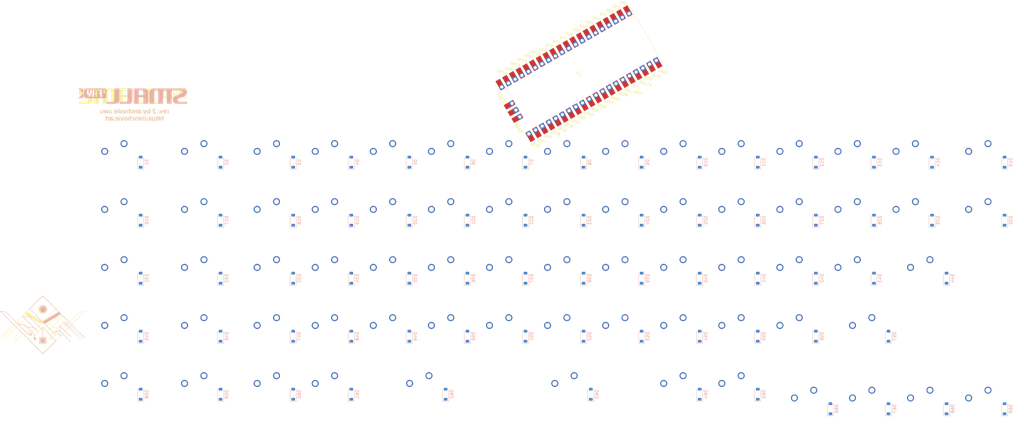
<source format=kicad_pcb>
(kicad_pcb (version 20240108) (generator "pcbnew") (generator_version "8.0")
  (title_block (title "small fry") (date "2024-09-01") (rev "1.0"))
  (layers (0 "F.Cu" signal) (31 "B.Cu" signal) (34 "B.Paste" user) (35 "F.Paste" user) (36 "B.SilkS" user "B.Silkscreen") (37 "F.SilkS" user "F.Silkscreen") (38 "B.Mask" user) (39 "F.Mask" user) (44 "Edge.Cuts" user))
  (net 0 "")
  (net 1 "row0")
  (net 2 "Net-(D1-A)")
  (net 3 "Net-(D2-A)")
  (net 4 "Net-(D3-A)")
  (net 5 "Net-(D4-A)")
  (net 6 "Net-(D5-A)")
  (net 7 "Net-(D6-A)")
  (net 8 "Net-(D7-A)")
  (net 9 "Net-(D8-A)")
  (net 10 "Net-(D9-A)")
  (net 11 "Net-(D10-A)")
  (net 12 "Net-(D11-A)")
  (net 13 "Net-(D12-A)")
  (net 14 "Net-(D13-A)")
  (net 15 "Net-(D14-A)")
  (net 16 "Net-(D15-A)")
  (net 17 "row1")
  (net 18 "Net-(D16-A)")
  (net 19 "Net-(D17-A)")
  (net 20 "Net-(D18-A)")
  (net 21 "Net-(D19-A)")
  (net 22 "Net-(D20-A)")
  (net 23 "Net-(D21-A)")
  (net 24 "Net-(D22-A)")
  (net 25 "Net-(D23-A)")
  (net 26 "Net-(D24-A)")
  (net 27 "Net-(D25-A)")
  (net 28 "Net-(D26-A)")
  (net 29 "Net-(D27-A)")
  (net 30 "Net-(D28-A)")
  (net 31 "Net-(D29-A)")
  (net 32 "Net-(D30-A)")
  (net 33 "Net-(D31-A)")
  (net 34 "row2")
  (net 35 "Net-(D32-A)")
  (net 36 "Net-(D33-A)")
  (net 37 "Net-(D34-A)")
  (net 38 "Net-(D35-A)")
  (net 39 "Net-(D36-A)")
  (net 40 "Net-(D37-A)")
  (net 41 "Net-(D38-A)")
  (net 42 "Net-(D39-A)")
  (net 43 "Net-(D40-A)")
  (net 44 "Net-(D41-A)")
  (net 45 "Net-(D42-A)")
  (net 46 "Net-(D43-A)")
  (net 47 "Net-(D44-A)")
  (net 48 "Net-(D45-A)")
  (net 49 "col6")
  (net 50 "Net-(D46-A)")
  (net 51 "Net-(D47-A)")
  (net 52 "Net-(D48-A)")
  (net 53 "Net-(D49-A)")
  (net 54 "Net-(D50-A)")
  (net 55 "Net-(D51-A)")
  (net 56 "Net-(D52-A)")
  (net 57 "Net-(D53-A)")
  (net 58 "Net-(D54-A)")
  (net 59 "Net-(D55-A)")
  (net 60 "Net-(D56-A)")
  (net 61 "Net-(D57-A)")
  (net 62 "row4")
  (net 63 "Net-(D58-A)")
  (net 64 "Net-(D59-A)")
  (net 65 "Net-(D60-A)")
  (net 66 "Net-(D61-A)")
  (net 67 "Net-(D62-A)")
  (net 68 "Net-(D63-A)")
  (net 69 "Net-(D64-A)")
  (net 70 "Net-(D65-A)")
  (net 71 "Net-(D66-A)")
  (net 72 "Net-(D67-A)")
  (net 73 "Net-(D68-A)")
  (net 74 "Net-(D69-A)")
  (net 75 "col0")
  (net 76 "col1")
  (net 77 "col2")
  (net 78 "col3")
  (net 79 "col4")
  (net 80 "col5")
  (net 81 "col8")
  (net 82 "col7")
  (net 83 "row3")
  (net 84 "col9")
  (net 85 "col10")
  (net 86 "col11")
  (net 87 "col12")
  (net 88 "col13")
  (net 89 "col14")
  (footprint "marbastlib-mx:SW_MX_1u" (layer "F.Cu") (at 183.35625 95.25)
    (property "Reference" "MX51" (hide yes))
    (property "Value" "MX-NoLED")
    (pad "" np_thru_hole circle (at -5.08 0) (size 1.75 1.75) (drill 1.75) (layers "*.Cu" "*.Mask"))
    (pad "" np_thru_hole circle (at 0 0) (size 3.9878 3.9878) (drill 3.9878) (layers "*.Cu" "*.Mask"))
    (pad "" np_thru_hole circle (at 5.08 0) (size 1.75 1.75) (drill 1.75) (layers "*.Cu" "*.Mask"))
    (pad "1" thru_hole circle (at -3.81 -2.54) (size 2.3 2.3) (drill 1.524) (layers "*.Cu" "B.Mask") (net 49 "col6"))
    (pad "2" thru_hole circle (at 2.54 -5.08) (size 2.3 2.3) (drill 1.524) (layers "*.Cu" "B.Mask") (net 55 "Net-(D51-A)"))
  )
  (footprint "marbastlib-mx:SW_MX_1.5u" (layer "F.Cu") (at 321.46875 76.2)
    (property "Reference" "MX44" (hide yes))
    (property "Value" "MX-NoLED")
    (pad "" np_thru_hole circle (at -5.08 0) (size 1.75 1.75) (drill 1.75) (layers "*.Cu" "*.Mask"))
    (pad "" np_thru_hole circle (at 0 0) (size 3.9878 3.9878) (drill 3.9878) (layers "*.Cu" "*.Mask"))
    (pad "" np_thru_hole circle (at 5.08 0) (size 1.75 1.75) (drill 1.75) (layers "*.Cu" "*.Mask"))
    (pad "1" thru_hole circle (at -3.81 -2.54) (size 2.3 2.3) (drill 1.524) (layers "*.Cu" "B.Mask") (net 88 "col13"))
    (pad "2" thru_hole circle (at 2.54 -5.08) (size 2.3 2.3) (drill 1.524) (layers "*.Cu" "B.Mask") (net 47 "Net-(D44-A)"))
  )
  (footprint "marbastlib-mx:SW_MX_1u" (layer "F.Cu") (at 259.55625 38.1)
    (property "Reference" "MX11" (hide yes))
    (property "Value" "MX-NoLED")
    (pad "" np_thru_hole circle (at -5.08 0) (size 1.75 1.75) (drill 1.75) (layers "*.Cu" "*.Mask"))
    (pad "" np_thru_hole circle (at 0 0) (size 3.9878 3.9878) (drill 3.9878) (layers "*.Cu" "*.Mask"))
    (pad "" np_thru_hole circle (at 5.08 0) (size 1.75 1.75) (drill 1.75) (layers "*.Cu" "*.Mask"))
    (pad "1" thru_hole circle (at -3.81 -2.54) (size 2.3 2.3) (drill 1.524) (layers "*.Cu" "B.Mask") (net 85 "col10"))
    (pad "2" thru_hole circle (at 2.54 -5.08) (size 2.3 2.3) (drill 1.524) (layers "*.Cu" "B.Mask") (net 12 "Net-(D11-A)"))
  )
  (footprint "marbastlib-mx:SW_MX_1u" (layer "F.Cu") (at 202.40625 57.15)
    (property "Reference" "MX23" (hide yes))
    (property "Value" "MX-NoLED")
    (pad "" np_thru_hole circle (at -5.08 0) (size 1.75 1.75) (drill 1.75) (layers "*.Cu" "*.Mask"))
    (pad "" np_thru_hole circle (at 0 0) (size 3.9878 3.9878) (drill 3.9878) (layers "*.Cu" "*.Mask"))
    (pad "" np_thru_hole circle (at 5.08 0) (size 1.75 1.75) (drill 1.75) (layers "*.Cu" "*.Mask"))
    (pad "1" thru_hole circle (at -3.81 -2.54) (size 2.3 2.3) (drill 1.524) (layers "*.Cu" "B.Mask") (net 82 "col7"))
    (pad "2" thru_hole circle (at 2.54 -5.08) (size 2.3 2.3) (drill 1.524) (layers "*.Cu" "B.Mask") (net 25 "Net-(D23-A)"))
  )
  (footprint "marbastlib-mx:SW_MX_1.5u" (layer "F.Cu") (at 83.34375 76.2)
    (property "Reference" "MX32" (hide yes))
    (property "Value" "MX-NoLED")
    (pad "" np_thru_hole circle (at -5.08 0) (size 1.75 1.75) (drill 1.75) (layers "*.Cu" "*.Mask"))
    (pad "" np_thru_hole circle (at 0 0) (size 3.9878 3.9878) (drill 3.9878) (layers "*.Cu" "*.Mask"))
    (pad "" np_thru_hole circle (at 5.08 0) (size 1.75 1.75) (drill 1.75) (layers "*.Cu" "*.Mask"))
    (pad "1" thru_hole circle (at -3.81 -2.54) (size 2.3 2.3) (drill 1.524) (layers "*.Cu" "B.Mask") (net 76 "col1"))
    (pad "2" thru_hole circle (at 2.54 -5.08) (size 2.3 2.3) (drill 1.524) (layers "*.Cu" "B.Mask") (net 35 "Net-(D32-A)"))
  )
  (footprint "marbastlib-mx:SW_MX_1.5u" (layer "F.Cu") (at 83.34375 114.3)
    (property "Reference" "MX59" (hide yes))
    (property "Value" "MX-NoLED")
    (pad "" np_thru_hole circle (at -5.08 0) (size 1.75 1.75) (drill 1.75) (layers "*.Cu" "*.Mask"))
    (pad "" np_thru_hole circle (at 0 0) (size 3.9878 3.9878) (drill 3.9878) (layers "*.Cu" "*.Mask"))
    (pad "" np_thru_hole circle (at 5.08 0) (size 1.75 1.75) (drill 1.75) (layers "*.Cu" "*.Mask"))
    (pad "1" thru_hole circle (at -3.81 -2.54) (size 2.3 2.3) (drill 1.524) (layers "*.Cu" "B.Mask") (net 76 "col1"))
    (pad "2" thru_hole circle (at 2.54 -5.08) (size 2.3 2.3) (drill 1.524) (layers "*.Cu" "B.Mask") (net 64 "Net-(D59-A)"))
  )
  (footprint "marbastlib-mx:SW_MX_1.5u" (layer "F.Cu") (at 83.34375 38.1)
    (property "Reference" "MX2" (hide yes))
    (property "Value" "MX-NoLED")
    (pad "" np_thru_hole circle (at -5.08 0) (size 1.75 1.75) (drill 1.75) (layers "*.Cu" "*.Mask"))
    (pad "" np_thru_hole circle (at 0 0) (size 3.9878 3.9878) (drill 3.9878) (layers "*.Cu" "*.Mask"))
    (pad "" np_thru_hole circle (at 5.08 0) (size 1.75 1.75) (drill 1.75) (layers "*.Cu" "*.Mask"))
    (pad "1" thru_hole circle (at -3.81 -2.54) (size 2.3 2.3) (drill 1.524) (layers "*.Cu" "B.Mask") (net 76 "col1"))
    (pad "2" thru_hole circle (at 2.54 -5.08) (size 2.3 2.3) (drill 1.524) (layers "*.Cu" "B.Mask") (net 3 "Net-(D2-A)"))
  )
  (footprint "marbastlib-mx:SW_MX_1.25u" (layer "F.Cu") (at 57.15 38.1)
    (property "Reference" "MX1" (hide yes))
    (property "Value" "MX-NoLED")
    (pad "" np_thru_hole circle (at -5.08 0) (size 1.75 1.75) (drill 1.75) (layers "*.Cu" "*.Mask"))
    (pad "" np_thru_hole circle (at 0 0) (size 3.9878 3.9878) (drill 3.9878) (layers "*.Cu" "*.Mask"))
    (pad "" np_thru_hole circle (at 5.08 0) (size 1.75 1.75) (drill 1.75) (layers "*.Cu" "*.Mask"))
    (pad "1" thru_hole circle (at -3.81 -2.54) (size 2.3 2.3) (drill 1.524) (layers "*.Cu" "B.Mask") (net 75 "col0"))
    (pad "2" thru_hole circle (at 2.54 -5.08) (size 2.3 2.3) (drill 1.524) (layers "*.Cu" "B.Mask") (net 2 "Net-(D1-A)"))
  )
  (footprint "marbastlib-mx:SW_MX_1u" (layer "F.Cu") (at 240.50625 95.25)
    (property "Reference" "MX54" (hide yes))
    (property "Value" "MX-NoLED")
    (pad "" np_thru_hole circle (at -5.08 0) (size 1.75 1.75) (drill 1.75) (layers "*.Cu" "*.Mask"))
    (pad "" np_thru_hole circle (at 0 0) (size 3.9878 3.9878) (drill 3.9878) (layers "*.Cu" "*.Mask"))
    (pad "" np_thru_hole circle (at 5.08 0) (size 1.75 1.75) (drill 1.75) (layers "*.Cu" "*.Mask"))
    (pad "1" thru_hole circle (at -3.81 -2.54) (size 2.3 2.3) (drill 1.524) (layers "*.Cu" "B.Mask") (net 84 "col9"))
    (pad "2" thru_hole circle (at 2.54 -5.08) (size 2.3 2.3) (drill 1.524) (layers "*.Cu" "B.Mask") (net 58 "Net-(D54-A)"))
  )
  (footprint "marbastlib-mx:SW_MX_1u" (layer "F.Cu") (at 145.25625 38.1)
    (property "Reference" "MX5" (hide yes))
    (property "Value" "MX-NoLED")
    (pad "" np_thru_hole circle (at -5.08 0) (size 1.75 1.75) (drill 1.75) (layers "*.Cu" "*.Mask"))
    (pad "" np_thru_hole circle (at 0 0) (size 3.9878 3.9878) (drill 3.9878) (layers "*.Cu" "*.Mask"))
    (pad "" np_thru_hole circle (at 5.08 0) (size 1.75 1.75) (drill 1.75) (layers "*.Cu" "*.Mask"))
    (pad "1" thru_hole circle (at -3.81 -2.54) (size 2.3 2.3) (drill 1.524) (layers "*.Cu" "B.Mask") (net 79 "col4"))
    (pad "2" thru_hole circle (at 2.54 -5.08) (size 2.3 2.3) (drill 1.524) (layers "*.Cu" "B.Mask") (net 6 "Net-(D5-A)"))
  )
  (footprint "marbastlib-mx:SW_MX_1.25u" (layer "F.Cu") (at 57.15 95.25)
    (property "Reference" "MX45" (hide yes))
    (property "Value" "MX-NoLED")
    (pad "" np_thru_hole circle (at -5.08 0) (size 1.75 1.75) (drill 1.75) (layers "*.Cu" "*.Mask"))
    (pad "" np_thru_hole circle (at 0 0) (size 3.9878 3.9878) (drill 3.9878) (layers "*.Cu" "*.Mask"))
    (pad "" np_thru_hole circle (at 5.08 0) (size 1.75 1.75) (drill 1.75) (layers "*.Cu" "*.Mask"))
    (pad "1" thru_hole circle (at -3.81 -2.54) (size 2.3 2.3) (drill 1.524) (layers "*.Cu" "B.Mask") (net 75 "col0"))
    (pad "2" thru_hole circle (at 2.54 -5.08) (size 2.3 2.3) (drill 1.524) (layers "*.Cu" "B.Mask") (net 48 "Net-(D45-A)"))
  )
  (footprint "MX_Solderable:MX-Solderable-2.25U-ReversedStabilizers" (layer "F.Cu") (at 157.1625 114.3)
    (property "Reference" "MX62")
    (property "Value" "MX-NoLED")
    (pad "" np_thru_hole circle (at -11.938 -8.255) (size 3.9878 3.9878) (drill 3.9878) (layers "*.Cu" "*.Mask"))
    (pad "" np_thru_hole circle (at -11.938 6.985) (size 3.048 3.048) (drill 3.048) (layers "*.Cu" "*.Mask"))
    (pad "" np_thru_hole circle (at -5.08 0 48.099) (size 1.7018 1.7018) (drill 1.7018) (layers "F&B.Cu" "*.Mask"))
    (pad "" np_thru_hole circle (at 0 0) (size 3.9878 3.9878) (drill 3.9878) (layers "*.Cu" "*.Mask"))
    (pad "" np_thru_hole circle (at 5.08 0 48.099) (size 1.7018 1.7018) (drill 1.7018) (layers "F&B.Cu" "*.Mask"))
    (pad "" np_thru_hole circle (at 11.938 -8.255) (size 3.9878 3.9878) (drill 3.9878) (layers "*.Cu" "*.Mask"))
    (pad "" np_thru_hole circle (at 11.938 6.985) (size 3.048 3.048) (drill 3.048) (layers "*.Cu" "*.Mask"))
    (pad "1" thru_hole circle (at -3.81 -2.54) (size 2.3 2.3) (drill 1.524) (layers "*.Cu" "B.Mask") (net 80 "col5"))
    (pad "2" thru_hole circle (at 2.54 -5.08) (size 2.3 2.3) (drill 1.524) (layers "*.Cu" "B.Mask") (net 67 "Net-(D62-A)"))
  )
  (footprint "marbastlib-mx:SW_MX_1u" (layer "F.Cu") (at 283.36875 119.0625)
    (property "Reference" "MX66" (hide yes))
    (property "Value" "MX-NoLED")
    (pad "" np_thru_hole circle (at -5.08 0) (size 1.75 1.75) (drill 1.75) (layers "*.Cu" "*.Mask"))
    (pad "" np_thru_hole circle (at 0 0) (size 3.9878 3.9878) (drill 3.9878) (layers "*.Cu" "*.Mask"))
    (pad "" np_thru_hole circle (at 5.08 0) (size 1.75 1.75) (drill 1.75) (layers "*.Cu" "*.Mask"))
    (pad "1" thru_hole circle (at -3.81 -2.54) (size 2.3 2.3) (drill 1.524) (layers "*.Cu" "B.Mask") (net 86 "col11"))
    (pad "2" thru_hole circle (at 2.54 -5.08) (size 2.3 2.3) (drill 1.524) (layers "*.Cu" "B.Mask") (net 71 "Net-(D66-A)"))
  )
  (footprint "marbastlib-mx:SW_MX_1u" (layer "F.Cu") (at 164.30625 95.25)
    (property "Reference" "MX50" (hide yes))
    (property "Value" "MX-NoLED")
    (pad "" np_thru_hole circle (at -5.08 0) (size 1.75 1.75) (drill 1.75) (layers "*.Cu" "*.Mask"))
    (pad "" np_thru_hole circle (at 0 0) (size 3.9878 3.9878) (drill 3.9878) (layers "*.Cu" "*.Mask"))
    (pad "" np_thru_hole circle (at 5.08 0) (size 1.75 1.75) (drill 1.75) (layers "*.Cu" "*.Mask"))
    (pad "1" thru_hole circle (at -3.81 -2.54) (size 2.3 2.3) (drill 1.524) (layers "*.Cu" "B.Mask") (net 80 "col5"))
    (pad "2" thru_hole circle (at 2.54 -5.08) (size 2.3 2.3) (drill 1.524) (layers "*.Cu" "B.Mask") (net 54 "Net-(D50-A)"))
  )
  (footprint "marbastlib-mx:SW_MX_1u" (layer "F.Cu") (at 259.55625 114.3)
    (property "Reference" "MX65" (hide yes))
    (property "Value" "MX-NoLED")
    (pad "" np_thru_hole circle (at -5.08 0) (size 1.75 1.75) (drill 1.75) (layers "*.Cu" "*.Mask"))
    (pad "" np_thru_hole circle (at 0 0) (size 3.9878 3.9878) (drill 3.9878) (layers "*.Cu" "*.Mask"))
    (pad "" np_thru_hole circle (at 5.08 0) (size 1.75 1.75) (drill 1.75) (layers "*.Cu" "*.Mask"))
    (pad "1" thru_hole circle (at -3.81 -2.54) (size 2.3 2.3) (drill 1.524) (layers "*.Cu" "B.Mask") (net 85 "col10"))
    (pad "2" thru_hole circle (at 2.54 -5.08) (size 2.3 2.3) (drill 1.524) (layers "*.Cu" "B.Mask") (net 70 "Net-(D65-A)"))
  )
  (footprint "marbastlib-mx:SW_MX_1u" (layer "F.Cu") (at 126.20625 76.2)
    (property "Reference" "MX34" (hide yes))
    (property "Value" "MX-NoLED")
    (pad "" np_thru_hole circle (at -5.08 0) (size 1.75 1.75) (drill 1.75) (layers "*.Cu" "*.Mask"))
    (pad "" np_thru_hole circle (at 0 0) (size 3.9878 3.9878) (drill 3.9878) (layers "*.Cu" "*.Mask"))
    (pad "" np_thru_hole circle (at 5.08 0) (size 1.75 1.75) (drill 1.75) (layers "*.Cu" "*.Mask"))
    (pad "1" thru_hole circle (at -3.81 -2.54) (size 2.3 2.3) (drill 1.524) (layers "*.Cu" "B.Mask") (net 78 "col3"))
    (pad "2" thru_hole circle (at 2.54 -5.08) (size 2.3 2.3) (drill 1.524) (layers "*.Cu" "B.Mask") (net 37 "Net-(D34-A)"))
  )
  (footprint "marbastlib-mx:SW_MX_1u" (layer "F.Cu") (at 278.60625 38.1)
    (property "Reference" "MX12" (hide yes))
    (property "Value" "MX-NoLED")
    (pad "" np_thru_hole circle (at -5.08 0) (size 1.75 1.75) (drill 1.75) (layers "*.Cu" "*.Mask"))
    (pad "" np_thru_hole circle (at 0 0) (size 3.9878 3.9878) (drill 3.9878) (layers "*.Cu" "*.Mask"))
    (pad "" np_thru_hole circle (at 5.08 0) (size 1.75 1.75) (drill 1.75) (layers "*.Cu" "*.Mask"))
    (pad "1" thru_hole circle (at -3.81 -2.54) (size 2.3 2.3) (drill 1.524) (layers "*.Cu" "B.Mask") (net 86 "col11"))
    (pad "2" thru_hole circle (at 2.54 -5.08) (size 2.3 2.3) (drill 1.524) (layers "*.Cu" "B.Mask") (net 13 "Net-(D12-A)"))
  )
  (footprint "marbastlib-mx:SW_MX_1u" (layer "F.Cu") (at 145.25625 76.2)
    (property "Reference" "MX35" (hide yes))
    (property "Value" "MX-NoLED")
    (pad "" np_thru_hole circle (at -5.08 0) (size 1.75 1.75) (drill 1.75) (layers "*.Cu" "*.Mask"))
    (pad "" np_thru_hole circle (at 0 0) (size 3.9878 3.9878) (drill 3.9878) (layers "*.Cu" "*.Mask"))
    (pad "" np_thru_hole circle (at 5.08 0) (size 1.75 1.75) (drill 1.75) (layers "*.Cu" "*.Mask"))
    (pad "1" thru_hole circle (at -3.81 -2.54) (size 2.3 2.3) (drill 1.524) (layers "*.Cu" "B.Mask") (net 79 "col4"))
    (pad "2" thru_hole circle (at 2.54 -5.08) (size 2.3 2.3) (drill 1.524) (layers "*.Cu" "B.Mask") (net 38 "Net-(D35-A)"))
  )
  (footprint "marbastlib-mx:SW_MX_1.5u" (layer "F.Cu") (at 83.34375 95.25)
    (property "Reference" "MX46" (hide yes))
    (property "Value" "MX-NoLED")
    (pad "" np_thru_hole circle (at -5.08 0) (size 1.75 1.75) (drill 1.75) (layers "*.Cu" "*.Mask"))
    (pad "" np_thru_hole circle (at 0 0) (size 3.9878 3.9878) (drill 3.9878) (layers "*.Cu" "*.Mask"))
    (pad "" np_thru_hole circle (at 5.08 0) (size 1.75 1.75) (drill 1.75) (layers "*.Cu" "*.Mask"))
    (pad "1" thru_hole circle (at -3.81 -2.54) (size 2.3 2.3) (drill 1.524) (layers "*.Cu" "B.Mask") (net 76 "col1"))
    (pad "2" thru_hole circle (at 2.54 -5.08) (size 2.3 2.3) (drill 1.524) (layers "*.Cu" "B.Mask") (net 50 "Net-(D46-A)"))
  )
  (footprint "marbastlib-mx:SW_MX_1u" (layer "F.Cu") (at 221.45625 38.1)
    (property "Reference" "MX9" (hide yes))
    (property "Value" "MX-NoLED")
    (pad "" np_thru_hole circle (at -5.08 0) (size 1.75 1.75) (drill 1.75) (layers "*.Cu" "*.Mask"))
    (pad "" np_thru_hole circle (at 0 0) (size 3.9878 3.9878) (drill 3.9878) (layers "*.Cu" "*.Mask"))
    (pad "" np_thru_hole circle (at 5.08 0) (size 1.75 1.75) (drill 1.75) (layers "*.Cu" "*.Mask"))
    (pad "1" thru_hole circle (at -3.81 -2.54) (size 2.3 2.3) (drill 1.524) (layers "*.Cu" "B.Mask") (net 81 "col8"))
    (pad "2" thru_hole circle (at 2.54 -5.08) (size 2.3 2.3) (drill 1.524) (layers "*.Cu" "B.Mask") (net 10 "Net-(D9-A)"))
  )
  (footprint "marbastlib-mx:SW_MX_1u" (layer "F.Cu") (at 107.15625 57.15)
    (property "Reference" "MX18" (hide yes))
    (property "Value" "MX-NoLED")
    (pad "" np_thru_hole circle (at -5.08 0) (size 1.75 1.75) (drill 1.75) (layers "*.Cu" "*.Mask"))
    (pad "" np_thru_hole circle (at 0 0) (size 3.9878 3.9878) (drill 3.9878) (layers "*.Cu" "*.Mask"))
    (pad "" np_thru_hole circle (at 5.08 0) (size 1.75 1.75) (drill 1.75) (layers "*.Cu" "*.Mask"))
    (pad "1" thru_hole circle (at -3.81 -2.54) (size 2.3 2.3) (drill 1.524) (layers "*.Cu" "B.Mask") (net 77 "col2"))
    (pad "2" thru_hole circle (at 2.54 -5.08) (size 2.3 2.3) (drill 1.524) (layers "*.Cu" "B.Mask") (net 20 "Net-(D18-A)"))
  )
  (footprint "marbastlib-mx:SW_MX_1.5u" (layer "F.Cu") (at 302.41875 95.25)
    (property "Reference" "MX57" (hide yes))
    (property "Value" "MX-NoLED")
    (pad "" np_thru_hole circle (at -5.08 0) (size 1.75 1.75) (drill 1.75) (layers "*.Cu" "*.Mask"))
    (pad "" np_thru_hole circle (at 0 0) (size 3.9878 3.9878) (drill 3.9878) (layers "*.Cu" "*.Mask"))
    (pad "" np_thru_hole circle (at 5.08 0) (size 1.75 1.75) (drill 1.75) (layers "*.Cu" "*.Mask"))
    (pad "1" thru_hole circle (at -3.81 -2.54) (size 2.3 2.3) (drill 1.524) (layers "*.Cu" "B.Mask") (net 87 "col12"))
    (pad "2" thru_hole circle (at 2.54 -5.08) (size 2.3 2.3) (drill 1.524) (layers "*.Cu" "B.Mask") (net 61 "Net-(D57-A)"))
  )
  (footprint "marbastlib-mx:SW_MX_1u" (layer "F.Cu") (at 297.65625 76.2)
    (property "Reference" "MX43" (hide yes))
    (property "Value" "MX-NoLED")
    (pad "" np_thru_hole circle (at -5.08 0) (size 1.75 1.75) (drill 1.75) (layers "*.Cu" "*.Mask"))
    (pad "" np_thru_hole circle (at 0 0) (size 3.9878 3.9878) (drill 3.9878) (layers "*.Cu" "*.Mask"))
    (pad "" np_thru_hole circle (at 5.08 0) (size 1.75 1.75) (drill 1.75) (layers "*.Cu" "*.Mask"))
    (pad "1" thru_hole circle (at -3.81 -2.54) (size 2.3 2.3) (drill 1.524) (layers "*.Cu" "B.Mask") (net 87 "col12"))
    (pad "2" thru_hole circle (at 2.54 -5.08) (size 2.3 2.3) (drill 1.524) (layers "*.Cu" "B.Mask") (net 46 "Net-(D43-A)"))
  )
  (footprint "marbastlib-mx:SW_MX_1u" (layer "F.Cu") (at 107.15625 38.1)
    (property "Reference" "MX3" (hide yes))
    (property "Value" "MX-NoLED")
    (pad "" np_thru_hole circle (at -5.08 0) (size 1.75 1.75) (drill 1.75) (layers "*.Cu" "*.Mask"))
    (pad "" np_thru_hole circle (at 0 0) (size 3.9878 3.9878) (drill 3.9878) (layers "*.Cu" "*.Mask"))
    (pad "" np_thru_hole circle (at 5.08 0) (size 1.75 1.75) (drill 1.75) (layers "*.Cu" "*.Mask"))
    (pad "1" thru_hole circle (at -3.81 -2.54) (size 2.3 2.3) (drill 1.524) (layers "*.Cu" "B.Mask") (net 77 "col2"))
    (pad "2" thru_hole circle (at 2.54 -5.08) (size 2.3 2.3) (drill 1.524) (layers "*.Cu" "B.Mask") (net 4 "Net-(D3-A)"))
  )
  (footprint "marbastlib-mx:SW_MX_1.25u" (layer "F.Cu") (at 57.15 76.2)
    (property "Reference" "MX31" (hide yes))
    (property "Value" "MX-NoLED")
    (pad "" np_thru_hole circle (at -5.08 0) (size 1.75 1.75) (drill 1.75) (layers "*.Cu" "*.Mask"))
    (pad "" np_thru_hole circle (at 0 0) (size 3.9878 3.9878) (drill 3.9878) (layers "*.Cu" "*.Mask"))
    (pad "" np_thru_hole circle (at 5.08 0) (size 1.75 1.75) (drill 1.75) (layers "*.Cu" "*.Mask"))
    (pad "1" thru_hole circle (at -3.81 -2.54) (size 2.3 2.3) (drill 1.524) (layers "*.Cu" "B.Mask") (net 75 "col0"))
    (pad "2" thru_hole circle (at 2.54 -5.08) (size 2.3 2.3) (drill 1.524) (layers "*.Cu" "B.Mask") (net 33 "Net-(D31-A)"))
  )
  (footprint "marbastlib-mx:SW_MX_1u" (layer "F.Cu") (at 183.35625 76.2)
    (property "Reference" "MX37" (hide yes))
    (property "Value" "MX-NoLED")
    (pad "" np_thru_hole circle (at -5.08 0) (size 1.75 1.75) (drill 1.75) (layers "*.Cu" "*.Mask"))
    (pad "" np_thru_hole circle (at 0 0) (size 3.9878 3.9878) (drill 3.9878) (layers "*.Cu" "*.Mask"))
    (pad "" np_thru_hole circle (at 5.08 0) (size 1.75 1.75) (drill 1.75) (layers "*.Cu" "*.Mask"))
    (pad "1" thru_hole circle (at -3.81 -2.54) (size 2.3 2.3) (drill 1.524) (layers "*.Cu" "B.Mask") (net 49 "col6"))
    (pad "2" thru_hole circle (at 2.54 -5.08) (size 2.3 2.3) (drill 1.524) (layers "*.Cu" "B.Mask") (net 40 "Net-(D37-A)"))
  )
  (footprint "marbastlib-mx:SW_MX_1.5u" (layer "F.Cu") (at 83.34375 57.15)
    (property "Reference" "MX17" (hide yes))
    (property "Value" "MX-NoLED")
    (pad "" np_thru_hole circle (at -5.08 0) (size 1.75 1.75) (drill 1.75) (layers "*.Cu" "*.Mask"))
    (pad "" np_thru_hole circle (at 0 0) (size 3.9878 3.9878) (drill 3.9878) (layers "*.Cu" "*.Mask"))
    (pad "" np_thru_hole circle (at 5.08 0) (size 1.75 1.75) (drill 1.75) (layers "*.Cu" "*.Mask"))
    (pad "1" thru_hole circle (at -3.81 -2.54) (size 2.3 2.3) (drill 1.524) (layers "*.Cu" "B.Mask") (net 76 "col1"))
    (pad "2" thru_hole circle (at 2.54 -5.08) (size 2.3 2.3) (drill 1.524) (layers "*.Cu" "B.Mask") (net 19 "Net-(D17-A)"))
  )
  (footprint "marbastlib-mx:SW_MX_1u" (layer "F.Cu") (at 164.30625 76.2)
    (property "Reference" "MX36" (hide yes))
    (property "Value" "MX-NoLED")
    (pad "" np_thru_hole circle (at -5.08 0) (size 1.75 1.75) (drill 1.75) (layers "*.Cu" "*.Mask"))
    (pad "" np_thru_hole circle (at 0 0) (size 3.9878 3.9878) (drill 3.9878) (layers "*.Cu" "*.Mask"))
    (pad "" np_thru_hole circle (at 5.08 0) (size 1.75 1.75) (drill 1.75) (layers "*.Cu" "*.Mask"))
    (pad "1" thru_hole circle (at -3.81 -2.54) (size 2.3 2.3) (drill 1.524) (layers "*.Cu" "B.Mask") (net 80 "col5"))
    (pad "2" thru_hole circle (at 2.54 -5.08) (size 2.3 2.3) (drill 1.524) (layers "*.Cu" "B.Mask") (net 39 "Net-(D36-A)"))
  )
  (footprint "MCU_RaspberryPi_and_Boards:RPi_Pico_SMD_TH" (layer "F.Cu") (at 208.898007 10.05 -60)
    (property "Reference" "U1" (at 0 0 120) (layer "F.SilkS"))
    (property "Value" "Pico")
    (fp_text user "GP28" (at 13.054 -9.144 165) (layer "F.SilkS") (effects (font (size 0.8 0.8))))
    (fp_text user "GP8" (at -12.8 1.27 165) (layer "F.SilkS") (effects (font (size 0.8 0.8))))
    (fp_text user "GP9" (at -12.8 3.81 165) (layer "F.SilkS") (effects (font (size 0.8 0.8))))
    (fp_text user "GND" (at -12.8 19.05 165) (layer "F.SilkS") (effects (font (size 0.8 0.8))))
    (fp_text user "GP13" (at -13.054 16.509999 165) (layer "F.SilkS") (effects (font (size 0.8 0.8))))
    (fp_text user "3V3" (at 12.9 -13.9 165) (layer "F.SilkS") (effects (font (size 0.8 0.8))))
    (fp_text user "GND" (at 12.8 6.35 165) (layer "F.SilkS") (effects (font (size 0.8 0.8))))
    (fp_text user "GP1" (at -12.9 -21.6 165) (layer "F.SilkS") (effects (font (size 0.8 0.8))))
    (fp_text user "GP11" (at -13.2 11.43 165) (layer "F.SilkS") (effects (font (size 0.8 0.8))))
    (fp_text user "GND" (at 12.8 19.05 165) (layer "F.SilkS") (effects (font (size 0.8 0.8))))
    (fp_text user "VBUS" (at 13.3 -24.2 165) (layer "F.SilkS") (effects (font (size 0.8 0.8))))
    (fp_text user "GP14" (at -13.1 21.589999 165) (layer "F.SilkS") (effects (font (size 0.8 0.8))))
    (fp_text user "GND" (at -12.8 6.35 165) (layer "F.SilkS") (effects (font (size 0.8 0.8))))
    (fp_text user "VSYS" (at 13.199999 -21.59 165) (layer "F.SilkS") (effects (font (size 0.8 0.8))))
    (fp_text user "3V3_EN" (at 13.7 -17.2 165) (layer "F.SilkS") (effects (font (size 0.8 0.8))))
    (fp_text user "GND" (at -12.8 -19.05 165) (layer "F.SilkS") (effects (font (size 0.8 0.8))))
    (fp_text user "GP6" (at -12.8 -3.81 165) (layer "F.SilkS") (effects (font (size 0.8 0.8))))
    (fp_text user "GP22" (at 13.054 3.81 165) (layer "F.SilkS") (effects (font (size 0.8 0.8))))
    (fp_text user "GP7" (at -12.7 -1.3 165) (layer "F.SilkS") (effects (font (size 0.8 0.8))))
    (fp_text user "GP3" (at -12.8 -13.97 165) (layer "F.SilkS") (effects (font (size 0.8 0.8))))
    (fp_text user "GND" (at 12.8 -19.05 165) (layer "F.SilkS") (effects (font (size 0.8 0.8))))
    (fp_text user "GP21" (at 13.054 8.9 165) (layer "F.SilkS") (effects (font (size 0.8 0.8))))
    (fp_text user "GP5" (at -12.8 -8.89 165) (layer "F.SilkS") (effects (font (size 0.8 0.8))))
    (fp_text user "SWCLK" (at -5.7 26.2 120) (layer "F.SilkS") (effects (font (size 0.8 0.8))))
    (fp_text user "GND" (at -12.8 -6.35 165) (layer "F.SilkS") (effects (font (size 0.8 0.8))))
    (fp_text user "GP20" (at 13.054001 11.43 165) (layer "F.SilkS") (effects (font (size 0.8 0.8))))
    (fp_text user "GP0" (at -12.8 -24.13 165) (layer "F.SilkS") (effects (font (size 0.8 0.8))))
    (fp_text user "AGND" (at 13.054 -6.35 165) (layer "F.SilkS") (effects (font (size 0.8 0.8))))
    (fp_text user "GP18" (at 13.054001 16.51 165) (layer "F.SilkS") (effects (font (size 0.8 0.8))))
    (fp_text user "GP2" (at -12.9 -16.51 165) (layer "F.SilkS") (effects (font (size 0.8 0.8))))
    (fp_text user "GP12" (at -13.2 13.97 165) (layer "F.SilkS") (effects (font (size 0.8 0.8))))
    (fp_text user "GP19" (at 13.054 13.97 165) (layer "F.SilkS") (effects (font (size 0.8 0.8))))
    (fp_text user "SWDIO" (at 5.6 26.2 120) (layer "F.SilkS") (effects (font (size 0.8 0.8))))
    (fp_text user "GP27" (at 13.054001 -3.8 165) (layer "F.SilkS") (effects (font (size 0.8 0.8))))
    (fp_text user "GP26" (at 13.054 -1.27 165) (layer "F.SilkS") (effects (font (size 0.8 0.8))))
    (fp_text user "GP17" (at 13.054001 21.59 165) (layer "F.SilkS") (effects (font (size 0.8 0.8))))
    (fp_text user "RUN" (at 13 1.27 165) (layer "F.SilkS") (effects (font (size 0.8 0.8))))
    (fp_text user "ADC_VREF" (at 14.000001 -12.5 165) (layer "F.SilkS") (effects (font (size 0.8 0.8))))
    (fp_text user "GP16" (at 13.054 24.13 165) (layer "F.SilkS") (effects (font (size 0.8 0.8))))
    (fp_text user "GP4" (at -12.8 -11.43 165) (layer "F.SilkS") (effects (font (size 0.8 0.8))))
    (fp_text user "GP10" (at -13.054 8.89 165) (layer "F.SilkS") (effects (font (size 0.8 0.8))))
    (pad "" np_thru_hole oval (at -2.725 -24 300) (size 1.8 1.8) (drill 1.8) (layers "*.Cu" "*.Mask"))
    (pad "" np_thru_hole oval (at -2.425 -20.97 300) (size 1.5 1.5) (drill 1.5) (layers "*.Cu" "*.Mask"))
    (pad "" np_thru_hole oval (at 2.425 -20.97 300) (size 1.5 1.5) (drill 1.5) (layers "*.Cu" "*.Mask"))
    (pad "" np_thru_hole oval (at 2.725 -24 300) (size 1.8 1.8) (drill 1.8) (layers "*.Cu" "*.Mask"))
    (pad "1" thru_hole oval (at -8.89 -24.13 300) (size 1.7 1.7) (drill 1.02) (layers "*.Cu" "*.Mask") (net 89 "col14"))
    (pad "1" smd rect (at -8.89 -24.13 300) (size 3.5 1.7) (drill (offset -0.9 0)) (layers "F.Cu" "F.Mask") (net 89 "col14"))
    (pad "2" thru_hole oval (at -8.89 -21.59 300) (size 1.7 1.7) (drill 1.02) (layers "*.Cu" "*.Mask") (net 88 "col13"))
    (pad "2" smd rect (at -8.89 -21.59 300) (size 3.5 1.7) (drill (offset -0.9 0)) (layers "F.Cu" "F.Mask") (net 88 "col13"))
    (pad "3" thru_hole rect (at -8.89 -19.05 300) (size 1.7 1.7) (drill 1.02) (layers "*.Cu" "*.Mask"))
    (pad "3" smd rect (at -8.89 -19.05 300) (size 3.5 1.7) (drill (offset -0.9 0)) (layers "F.Cu" "F.Mask"))
    (pad "4" thru_hole oval (at -8.89 -16.51 300) (size 1.7 1.7) (drill 1.02) (layers "*.Cu" "*.Mask") (net 87 "col12"))
    (pad "4" smd rect (at -8.89 -16.51 300) (size 3.5 1.7) (drill (offset -0.9 0)) (layers "F.Cu" "F.Mask") (net 87 "col12"))
    (pad "5" thru_hole oval (at -8.89 -13.97 300) (size 1.7 1.7) (drill 1.02) (layers "*.Cu" "*.Mask") (net 86 "col11"))
    (pad "5" smd rect (at -8.89 -13.97 300) (size 3.5 1.7) (drill (offset -0.9 0)) (layers "F.Cu" "F.Mask") (net 86 "col11"))
    (pad "6" thru_hole oval (at -8.89 -11.43 300) (size 1.7 1.7) (drill 1.02) (layers "*.Cu" "*.Mask") (net 85 "col10"))
    (pad "6" smd rect (at -8.89 -11.43 300) (size 3.5 1.7) (drill (offset -0.9 0)) (layers "F.Cu" "F.Mask") (net 85 "col10"))
    (pad "7" thru_hole oval (at -8.89 -8.89 300) (size 1.7 1.7) (drill 1.02) (layers "*.Cu" "*.Mask") (net 84 "col9"))
    (pad "7" smd rect (at -8.89 -8.89 300) (size 3.5 1.7) (drill (offset -0.9 0)) (layers "F.Cu" "F.Mask") (net 84 "col9"))
    (pad "8" thru_hole rect (at -8.89 -6.35 300) (size 1.7 1.7) (drill 1.02) (layers "*.Cu" "*.Mask"))
    (pad "8" smd rect (at -8.89 -6.35 300) (size 3.5 1.7) (drill (offset -0.9 0)) (layers "F.Cu" "F.Mask"))
    (pad "9" thru_hole oval (at -8.89 -3.81 300) (size 1.7 1.7) (drill 1.02) (layers "*.Cu" "*.Mask") (net 81 "col8"))
    (pad "9" smd rect (at -8.89 -3.81 300) (size 3.5 1.7) (drill (offset -0.9 0)) (layers "F.Cu" "F.Mask") (net 81 "col8"))
    (pad "10" thru_hole oval (at -8.89 -1.27 300) (size 1.7 1.7) (drill 1.02) (layers "*.Cu" "*.Mask") (net 82 "col7"))
    (pad "10" smd rect (at -8.89 -1.27 300) (size 3.5 1.7) (drill (offset -0.9 0)) (layers "F.Cu" "F.Mask") (net 82 "col7"))
    (pad "11" thru_hole oval (at -8.89 1.27 300) (size 1.7 1.7) (drill 1.02) (layers "*.Cu" "*.Mask") (net 49 "col6"))
    (pad "11" smd rect (at -8.89 1.27 300) (size 3.5 1.7) (drill (offset -0.9 0)) (layers "F.Cu" "F.Mask") (net 49 "col6"))
    (pad "12" thru_hole oval (at -8.89 3.81 300) (size 1.7 1.7) (drill 1.02) (layers "*.Cu" "*.Mask") (net 80 "col5"))
    (pad "12" smd rect (at -8.89 3.81 300) (size 3.5 1.7) (drill (offset -0.9 0)) (layers "F.Cu" "F.Mask") (net 80 "col5"))
    (pad "13" thru_hole rect (at -8.89 6.35 300) (size 1.7 1.7) (drill 1.02) (layers "*.Cu" "*.Mask"))
    (pad "13" smd rect (at -8.89 6.35 300) (size 3.5 1.7) (drill (offset -0.9 0)) (layers "F.Cu" "F.Mask"))
    (pad "14" thru_hole oval (at -8.89 8.89 300) (size 1.7 1.7) (drill 1.02) (layers "*.Cu" "*.Mask") (net 79 "col4"))
    (pad "14" smd rect (at -8.89 8.89 300) (size 3.5 1.7) (drill (offset -0.9 0)) (layers "F.Cu" "F.Mask") (net 79 "col4"))
    (pad "15" thru_hole oval (at -8.89 11.43 300) (size 1.7 1.7) (drill 1.02) (layers "*.Cu" "*.Mask") (net 78 "col3"))
    (pad "15" smd rect (at -8.89 11.43 300) (size 3.5 1.7) (drill (offset -0.9 0)) (layers "F.Cu" "F.Mask") (net 78 "col3"))
    (pad "16" thru_hole oval (at -8.89 13.97 300) (size 1.7 1.7) (drill 1.02) (layers "*.Cu" "*.Mask") (net 77 "col2"))
    (pad "16" smd rect (at -8.89 13.97 300) (size 3.5 1.7) (drill (offset -0.9 0)) (layers "F.Cu" "F.Mask") (net 77 "col2"))
    (pad "17" thru_hole oval (at -8.89 16.51 300) (size 1.7 1.7) (drill 1.02) (layers "*.Cu" "*.Mask") (net 76 "col1"))
    (pad "17" smd rect (at -8.89 16.51 300) (size 3.5 1.7) (drill (offset -0.9 0)) (layers "F.Cu" "F.Mask") (net 76 "col1"))
    (pad "18" thru_hole rect (at -8.89 19.05 300) (size 1.7 1.7) (drill 1.02) (layers "*.Cu" "*.Mask"))
    (pad "18" smd rect (at -8.89 19.05 300) (size 3.5 1.7) (drill (offset -0.9 0)) (layers "F.Cu" "F.Mask"))
    (pad "19" thru_hole oval (at -8.89 21.59 300) (size 1.7 1.7) (drill 1.02) (layers "*.Cu" "*.Mask") (net 75 "col0"))
    (pad "19" smd rect (at -8.89 21.59 300) (size 3.5 1.7) (drill (offset -0.9 0)) (layers "F.Cu" "F.Mask") (net 75 "col0"))
    (pad "20" thru_hole oval (at -8.89 24.13 300) (size 1.7 1.7) (drill 1.02) (layers "*.Cu" "*.Mask"))
    (pad "20" smd rect (at -8.89 24.13 300) (size 3.5 1.7) (drill (offset -0.9 0)) (layers "F.Cu" "F.Mask"))
    (pad "21" thru_hole oval (at 8.89 24.13 300) (size 1.7 1.7) (drill 1.02) (layers "*.Cu" "*.Mask"))
    (pad "21" smd rect (at 8.89 24.13 300) (size 3.5 1.7) (drill (offset 0.9 0)) (layers "F.Cu" "F.Mask"))
    (pad "22" thru_hole oval (at 8.89 21.59 300) (size 1.7 1.7) (drill 1.02) (layers "*.Cu" "*.Mask") (net 62 "row4"))
    (pad "22" smd rect (at 8.89 21.59 300) (size 3.5 1.7) (drill (offset 0.9 0)) (layers "F.Cu" "F.Mask") (net 62 "row4"))
    (pad "23" thru_hole rect (at 8.89 19.05 300) (size 1.7 1.7) (drill 1.02) (layers "*.Cu" "*.Mask"))
    (pad "23" smd rect (at 8.89 19.05 300) (size 3.5 1.7) (drill (offset 0.9 0)) (layers "F.Cu" "F.Mask"))
    (pad "24" thru_hole oval (at 8.89 16.51 300) (size 1.7 1.7) (drill 1.02) (layers "*.Cu" "*.Mask") (net 83 "row3"))
    (pad "24" smd rect (at 8.89 16.51 300) (size 3.5 1.7) (drill (offset 0.9 0)) (layers "F.Cu" "F.Mask") (net 83 "row3"))
    (pad "25" thru_hole oval (at 8.89 13.97 300) (size 1.7 1.7) (drill 1.02) (layers "*.Cu" "*.Mask") (net 34 "row2"))
    (pad "25" smd rect (at 8.89 13.97 300) (size 3.5 1.7) (drill (offset 0.9 0)) (layers "F.Cu" "F.Mask") (net 34 "row2"))
    (pad "26" thru_hole oval (at 8.89 11.43 300) (size 1.7 1.7) (drill 1.02) (layers "*.Cu" "*.Mask") (net 17 "row1"))
    (pad "26" smd rect (at 8.89 11.43 300) (size 3.5 1.7) (drill (offset 0.9 0)) (layers "F.Cu" "F.Mask") (net 17 "row1"))
    (pad "27" thru_hole oval (at 8.89 8.89 300) (size 1.7 1.7) (drill 1.02) (layers "*.Cu" "*.Mask") (net 1 "row0"))
    (pad "27" smd rect (at 8.89 8.89 300) (size 3.5 1.7) (drill (offset 0.9 0)) (layers "F.Cu" "F.Mask") (net 1 "row0"))
    (pad "28" thru_hole rect (at 8.89 6.35 300) (size 1.7 1.7) (drill 1.02) (layers "*.Cu" "*.Mask"))
    (pad "28" smd rect (at 8.89 6.35 300) (size 3.5 1.7) (drill (offset 0.9 0)) (layers "F.Cu" "F.Mask"))
    (pad "29" thru_hole oval (at 8.89 3.81 300) (size 1.7 1.7) (drill 1.02) (layers "*.Cu" "*.Mask"))
    (pad "29" smd rect (at 8.89 3.81 300) (size 3.5 1.7) (drill (offset 0.9 0)) (layers "F.Cu" "F.Mask"))
    (pad "30" thru_hole oval (at 8.89 1.27 300) (size 1.7 1.7) (drill 1.02) (layers "*.Cu" "*.Mask"))
    (pad "30" smd rect (at 8.89 1.27 300) (size 3.5 1.7) (drill (offset 0.9 0)) (layers "F.Cu" "F.Mask"))
    (pad "31" thru_hole oval (at 8.89 -1.27 300) (size 1.7 1.7) (drill 1.02) (layers "*.Cu" "*.Mask"))
    (pad "31" smd rect (at 8.89 -1.27 300) (size 3.5 1.7) (drill (offset 0.9 0)) (layers "F.Cu" "F.Mask"))
    (pad "32" thru_hole oval (at 8.89 -3.81 300) (size 1.7 1.7) (drill 1.02) (layers "*.Cu" "*.Mask"))
    (pad "32" smd rect (at 8.89 -3.81 300) (size 3.5 1.7) (drill (offset 0.9 0)) (layers "F.Cu" "F.Mask"))
    (pad "33" thru_hole rect (at 8.89 -6.35 300) (size 1.7 1.7) (drill 1.02) (layers "*.Cu" "*.Mask"))
    (pad "33" smd rect (at 8.89 -6.35 300) (size 3.5 1.7) (drill (offset 0.9 0)) (layers "F.Cu" "F.Mask"))
    (pad "34" thru_hole oval (at 8.89 -8.89 300) (size 1.7 1.7) (drill 1.02) (layers "*.Cu" "*.Mask"))
    (pad "34" smd rect (at 8.89 -8.89 300) (size 3.5 1.7) (drill (offset 0.9 0)) (layers "F.Cu" "F.Mask"))
    (pad "35" thru_hole oval (at 8.89 -11.43 300) (size 1.7 1.7) (drill 1.02) (layers "*.Cu" "*.Mask"))
    (pad "35" smd rect (at 8.89 -11.43 300) (size 3.5 1.7) (drill (offset 0.9 0)) (layers "F.Cu" "F.Mask"))
    (pad "36" thru_hole oval (at 8.89 -13.97 300) (size 1.7 1.7) (drill 1.02) (layers "*.Cu" "*.Mask"))
    (pad "36" smd rect (at 8.89 -13.97 300) (size 3.5 1.7) (drill (offset 0.9 0)) (layers "F.Cu" "F.Mask"))
    (pad "37" thru_hole oval (at 8.89 -16.51 300) (size 1.7 1.7) (drill 1.02) (layers "*.Cu" "*.Mask"))
    (pad "37" smd rect (at 8.89 -16.51 300) (size 3.5 1.7) (drill (offset 0.9 0)) (layers "F.Cu" "F.Mask"))
    (pad "38" thru_hole rect (at 8.89 -19.05 300) (size 1.7 1.7) (drill 1.02) (layers "*.Cu" "*.Mask"))
    (pad "38" smd rect (at 8.89 -19.05 300) (size 3.5 1.7) (drill (offset 0.9 0)) (layers "F.Cu" "F.Mask"))
    (pad "39" thru_hole oval (at 8.89 -21.59 300) (size 1.7 1.7) (drill 1.02) (layers "*.Cu" "*.Mask"))
    (pad "39" smd rect (at 8.89 -21.59 300) (size 3.5 1.7) (drill (offset 0.9 0)) (layers "F.Cu" "F.Mask"))
    (pad "40" thru_hole oval (at 8.89 -24.13 300) (size 1.7 1.7) (drill 1.02) (layers "*.Cu" "*.Mask"))
    (pad "40" smd rect (at 8.89 -24.13 300) (size 3.5 1.7) (drill (offset 0.9 0)) (layers "F.Cu" "F.Mask"))
    (pad "41" thru_hole oval (at -2.54 23.9 300) (size 1.7 1.7) (drill 1.02) (layers "*.Cu" "*.Mask"))
    (pad "41" smd rect (at -2.54 23.9 30) (size 3.5 1.7) (drill (offset -0.9 0)) (layers "F.Cu" "F.Mask"))
    (pad "42" thru_hole rect (at 0 23.9 300) (size 1.7 1.7) (drill 1.02) (layers "*.Cu" "*.Mask"))
    (pad "42" smd rect (at 0 23.9 30) (size 3.5 1.7) (drill (offset -0.9 0)) (layers "F.Cu" "F.Mask"))
    (pad "43" thru_hole oval (at 2.54 23.9 300) (size 1.7 1.7) (drill 1.02) (layers "*.Cu" "*.Mask"))
    (pad "43" smd rect (at 2.54 23.9 30) (size 3.5 1.7) (drill (offset -0.9 0)) (layers "F.Cu" "F.Mask"))
  )
  (footprint "marbastlib-mx:SW_MX_1u" (layer "F.Cu") (at 107.15625 95.25)
    (property "Reference" "MX47" (hide yes))
    (property "Value" "MX-NoLED")
    (pad "" np_thru_hole circle (at -5.08 0) (size 1.75 1.75) (drill 1.75) (layers "*.Cu" "*.Mask"))
    (pad "" np_thru_hole circle (at 0 0) (size 3.9878 3.9878) (drill 3.9878) (layers "*.Cu" "*.Mask"))
    (pad "" np_thru_hole circle (at 5.08 0) (size 1.75 1.75) (drill 1.75) (layers "*.Cu" "*.Mask"))
    (pad "1" thru_hole circle (at -3.81 -2.54) (size 2.3 2.3) (drill 1.524) (layers "*.Cu" "B.Mask") (net 77 "col2"))
    (pad "2" thru_hole circle (at 2.54 -5.08) (size 2.3 2.3) (drill 1.524) (layers "*.Cu" "B.Mask") (net 51 "Net-(D47-A)"))
  )
  (footprint "marbastlib-mx:SW_MX_1u" (layer "F.Cu") (at 240.50625 57.15)
    (property "Reference" "MX25" (hide yes))
    (property "Value" "MX-NoLED")
    (pad "" np_thru_hole circle (at -5.08 0) (size 1.75 1.75) (drill 1.75) (layers "*.Cu" "*.Mask"))
    (pad "" np_thru_hole circle (at 0 0) (size 3.9878 3.9878) (drill 3.9878) (layers "*.Cu" "*.Mask"))
    (pad "" np_thru_hole circle (at 5.08 0) (size 1.75 1.75) (drill 1.75) (layers "*.Cu" "*.Mask"))
    (pad "1" thru_hole circle (at -3.81 -2.54) (size 2.3 2.3) (drill 1.524) (layers "*.Cu" "B.Mask") (net 84 "col9"))
    (pad "2" thru_hole circle (at 2.54 -5.08) (size 2.3 2.3) (drill 1.524) (layers "*.Cu" "B.Mask") (net 27 "Net-(D25-A)"))
  )
  (footprint "marbastlib-mx:SW_MX_1u" (layer "F.Cu") (at 126.20625 114.3)
    (property "Reference" "MX61" (hide yes))
    (property "Value" "MX-NoLED")
    (pad "" np_thru_hole circle (at -5.08 0) (size 1.75 1.75) (drill 1.75) (layers "*.Cu" "*.Mask"))
    (pad "" np_thru_hole circle (at 0 0) (size 3.9878 3.9878) (drill 3.9878) (layers "*.Cu" "*.Mask"))
    (pad "" np_thru_hole circle (at 5.08 0) (size 1.75 1.75) (drill 1.75) (layers "*.Cu" "*.Mask"))
    (pad "1" thru_hole circle (at -3.81 -2.54) (size 2.3 2.3) (drill 1.524) (layers "*.Cu" "B.Mask") (net 78 "col3"))
    (pad "2" thru_hole circle (at 2.54 -5.08) (size 2.3 2.3) (drill 1.524) (layers "*.Cu" "B.Mask") (net 66 "Net-(D61-A)"))
  )
  (footprint "marbastlib-mx:SW_MX_1u" (layer "F.Cu") (at 259.55625 57.15)
    (property "Reference" "MX26" (hide yes))
    (property "Value" "MX-NoLED")
    (pad "" np_thru_hole circle (at -5.08 0) (size 1.75 1.75) (drill 1.75) (layers "*.Cu" "*.Mask"))
    (pad "" np_thru_hole circle (at 0 0) (size 3.9878 3.9878) (drill 3.9878) (layers "*.Cu" "*.Mask"))
    (pad "" np_thru_hole circle (at 5.08 0) (size 1.75 1.75) (drill 1.75) (layers "*.Cu" "*.Mask"))
    (pad "1" thru_hole circle (at -3.81 -2.54) (size 2.3 2.3) (drill 1.524) (layers "*.Cu" "B.Mask") (net 85 "col10"))
    (pad "2" thru_hole circle (at 2.54 -5.08) (size 2.3 2.3) (drill 1.524) (layers "*.Cu" "B.Mask") (net 28 "Net-(D26-A)"))
  )
  (footprint "marbastlib-mx:SW_MX_1.5u" (layer "F.Cu") (at 340.51875 38.1)
    (property "Reference" "MX15" (hide yes))
    (property "Value" "MX-NoLED")
    (pad "" np_thru_hole circle (at -5.08 0) (size 1.75 1.75) (drill 1.75) (layers "*.Cu" "*.Mask"))
    (pad "" np_thru_hole circle (at 0 0) (size 3.9878 3.9878) (drill 3.9878) (layers "*.Cu" "*.Mask"))
    (pad "" np_thru_hole circle (at 5.08 0) (size 1.75 1.75) (drill 1.75) (layers "*.Cu" "*.Mask"))
    (pad "1" thru_hole circle (at -3.81 -2.54) (size 2.3 2.3) (drill 1.524) (layers "*.Cu" "B.Mask") (net 89 "col14"))
    (pad "2" thru_hole circle (at 2.54 -5.08) (size 2.3 2.3) (drill 1.524) (layers "*.Cu" "B.Mask") (net 16 "Net-(D15-A)"))
  )
  (footprint "marbastlib-mx:SW_MX_1.25u" (layer "F.Cu") (at 57.15 114.3)
    (property "Reference" "MX58" (hide yes))
    (property "Value" "MX-NoLED")
    (pad "" np_thru_hole circle (at -5.08 0) (size 1.75 1.75) (drill 1.75) (layers "*.Cu" "*.Mask"))
    (pad "" np_thru_hole circle (at 0 0) (size 3.9878 3.9878) (drill 3.9878) (layers "*.Cu" "*.Mask"))
    (pad "" np_thru_hole circle (at 5.08 0) (size 1.75 1.75) (drill 1.75) (layers "*.Cu" "*.Mask"))
    (pad "1" thru_hole circle (at -3.81 -2.54) (size 2.3 2.3) (drill 1.524) (layers "*.Cu" "B.Mask") (net 75 "col0"))
    (pad "2" thru_hole circle (at 2.54 -5.08) (size 2.3 2.3) (drill 1.524) (layers "*.Cu" "B.Mask") (net 63 "Net-(D58-A)"))
  )
  (footprint "MX_Solderable:MX-Solderable-2.75U-ReversedStabilizers" (layer "F.Cu") (at 204.7875 114.3)
    (property "Reference" "MX63")
    (property "Value" "MX-NoLED")
    (pad "" np_thru_hole circle (at -11.938 -8.255) (size 3.9878 3.9878) (drill 3.9878) (layers "*.Cu" "*.Mask"))
    (pad "" np_thru_hole circle (at -11.938 6.985) (size 3.048 3.048) (drill 3.048) (layers "*.Cu" "*.Mask"))
    (pad "" np_thru_hole circle (at -5.08 0 48.099) (size 1.7018 1.7018) (drill 1.7018) (layers "F&B.Cu" "*.Mask"))
    (pad "" np_thru_hole circle (at 0 0) (size 3.9878 3.9878) (drill 3.9878) (layers "*.Cu" "*.Mask"))
    (pad "" np_thru_hole circle (at 5.08 0 48.099) (size 1.7018 1.7018) (drill 1.7018) (layers "F&B.Cu" "*.Mask"))
    (pad "" np_thru_hole circle (at 11.938 -8.255) (size 3.9878 3.9878) (drill 3.9878) (layers "*.Cu" "*.Mask"))
    (pad "" np_thru_hole circle (at 11.938 6.985) (size 3.048 3.048) (drill 3.048) (layers "*.Cu" "*.Mask"))
    (pad "1" thru_hole circle (at -3.81 -2.54) (size 2.3 2.3) (drill 1.524) (layers "*.Cu" "B.Mask") (net 81 "col8"))
    (pad "2" thru_hole circle (at 2.54 -5.08) (size 2.3 2.3) (drill 1.524) (layers "*.Cu" "B.Mask") (net 68 "Net-(D63-A)"))
  )
  (footprint "marbastlib-mx:SW_MX_1u" (layer "F.Cu") (at 297.65625 57.15)
    (property "Reference" "MX28" (hide yes))
    (property "Value" "MX-NoLED")
    (pad "" np_thru_hole circle (at -5.08 0) (size 1.75 1.75) (drill 1.75) (layers "*.Cu" "*.Mask"))
    (pad "" np_thru_hole circle (at 0 0) (size 3.9878 3.9878) (drill 3.9878) (layers "*.Cu" "*.Mask"))
    (pad "" np_thru_hole circle (at 5.08 0) (size 1.75 1.75) (drill 1.75) (layers "*.Cu" "*.Mask"))
    (pad "1" thru_hole circle (at -3.81 -2.54) (size 2.3 2.3) (drill 1.524) (layers "*.Cu" "B.Mask") (net 87 "col12"))
    (pad "2" thru_hole circle (at 2.54 -5.08) (size 2.3 2.3) (drill 1.524) (layers "*.Cu" "B.Mask") (net 30 "Net-(D28-A)"))
  )
  (footprint "marbastlib-mx:SW_MX_1u" (layer "F.Cu") (at 202.40625 38.1)
    (property "Reference" "MX8" (hide yes))
    (property "Value" "MX-NoLED")
    (pad "" np_thru_hole circle (at -5.08 0) (size 1.75 1.75) (drill 1.75) (layers "*.Cu" "*.Mask"))
    (pad "" np_thru_hole circle (at 0 0) (size 3.9878 3.9878) (drill 3.9878) (layers "*.Cu" "*.Mask"))
    (pad "" np_thru_hole circle (at 5.08 0) (size 1.75 1.75) (drill 1.75) (layers "*.Cu" "*.Mask"))
    (pad "1" thru_hole circle (at -3.81 -2.54) (size 2.3 2.3) (drill 1.524) (layers "*.Cu" "B.Mask") (net 82 "col7"))
    (pad "2" thru_hole circle (at 2.54 -5.08) (size 2.3 2.3) (drill 1.524) (layers "*.Cu" "B.Mask") (net 9 "Net-(D8-A)"))
  )
  (footprint "marbastlib-mx:SW_MX_1u" (layer "F.Cu") (at 240.50625 38.1)
    (property "Reference" "MX10" (hide yes))
    (property "Value" "MX-NoLED")
    (pad "" np_thru_hole circle (at -5.08 0) (size 1.75 1.75) (drill 1.75) (layers "*.Cu" "*.Mask"))
    (pad "" np_thru_hole circle (at 0 0) (size 3.9878 3.9878) (drill 3.9878) (layers "*.Cu" "*.Mask"))
    (pad "" np_thru_hole circle (at 5.08 0) (size 1.75 1.75) (drill 1.75) (layers "*.Cu" "*.Mask"))
    (pad "1" thru_hole circle (at -3.81 -2.54) (size 2.3 2.3) (drill 1.524) (layers "*.Cu" "B.Mask") (net 84 "col9"))
    (pad "2" thru_hole circle (at 2.54 -5.08) (size 2.3 2.3) (drill 1.524) (layers "*.Cu" "B.Mask") (net 11 "Net-(D10-A)"))
  )
  (footprint "marbastlib-mx:SW_MX_1u" (layer "F.Cu") (at 221.45625 95.25)
    (property "Reference" "MX53" (hide yes))
    (property "Value" "MX-NoLED")
    (pad "" np_thru_hole circle (at -5.08 0) (size 1.75 1.75) (drill 1.75) (layers "*.Cu" "*.Mask"))
    (pad "" np_thru_hole circle (at 0 0) (size 3.9878 3.9878) (drill 3.9878) (layers "*.Cu" "*.Mask"))
    (pad "" np_thru_hole circle (at 5.08 0) (size 1.75 1.75) (drill 1.75) (layers "*.Cu" "*.Mask"))
    (pad "1" thru_hole circle (at -3.81 -2.54) (size 2.3 2.3) (drill 1.524) (layers "*.Cu" "B.Mask") (net 81 "col8"))
    (pad "2" thru_hole circle (at 2.54 -5.08) (size 2.3 2.3) (drill 1.524) (layers "*.Cu" "B.Mask") (net 57 "Net-(D53-A)"))
  )
  (footprint "marbastlib-mx:SW_MX_1u" (layer "F.Cu") (at 240.50625 114.3)
    (property "Reference" "MX64" (hide yes))
    (property "Value" "MX-NoLED")
    (pad "" np_thru_hole circle (at -5.08 0) (size 1.75 1.75) (drill 1.75) (layers "*.Cu" "*.Mask"))
    (pad "" np_thru_hole circle (at 0 0) (size 3.9878 3.9878) (drill 3.9878) (layers "*.Cu" "*.Mask"))
    (pad "" np_thru_hole circle (at 5.08 0) (size 1.75 1.75) (drill 1.75) (layers "*.Cu" "*.Mask"))
    (pad "1" thru_hole circle (at -3.81 -2.54) (size 2.3 2.3) (drill 1.524) (layers "*.Cu" "B.Mask") (net 84 "col9"))
    (pad "2" thru_hole circle (at 2.54 -5.08) (size 2.3 2.3) (drill 1.524) (layers "*.Cu" "B.Mask") (net 69 "Net-(D64-A)"))
  )
  (footprint "marbastlib-mx:SW_MX_1u" (layer "F.Cu") (at 145.25625 95.25)
    (property "Reference" "MX49" (hide yes))
    (property "Value" "MX-NoLED")
    (pad "" np_thru_hole circle (at -5.08 0) (size 1.75 1.75) (drill 1.75) (layers "*.Cu" "*.Mask"))
    (pad "" np_thru_hole circle (at 0 0) (size 3.9878 3.9878) (drill 3.9878) (layers "*.Cu" "*.Mask"))
    (pad "" np_thru_hole circle (at 5.08 0) (size 1.75 1.75) (drill 1.75) (layers "*.Cu" "*.Mask"))
    (pad "1" thru_hole circle (at -3.81 -2.54) (size 2.3 2.3) (drill 1.524) (layers "*.Cu" "B.Mask") (net 79 "col4"))
    (pad "2" thru_hole circle (at 2.54 -5.08) (size 2.3 2.3) (drill 1.524) (layers "*.Cu" "B.Mask") (net 53 "Net-(D49-A)"))
  )
  (footprint "marbastlib-mx:SW_MX_1u" (layer "F.Cu") (at 278.60625 57.15)
    (property "Reference" "MX27" (hide yes))
    (property "Value" "MX-NoLED")
    (pad "" np_thru_hole circle (at -5.08 0) (size 1.75 1.75) (drill 1.75) (layers "*.Cu" "*.Mask"))
    (pad "" np_thru_hole circle (at 0 0) (size 3.9878 3.9878) (drill 3.9878) (layers "*.Cu" "*.Mask"))
    (pad "" np_thru_hole circle (at 5.08 0) (size 1.75 1.75) (drill 1.75) (layers "*.Cu" "*.Mask"))
    (pad "1" thru_hole circle (at -3.81 -2.54) (size 2.3 2.3) (drill 1.524) (layers "*.Cu" "B.Mask") (net 86 "col11"))
    (pad "2" thru_hole circle (at 2.54 -5.08) (size 2.3 2.3) (drill 1.524) (layers "*.Cu" "B.Mask") (net 29 "Net-(D27-A)"))
  )
  (footprint "marbastlib-mx:SW_MX_1u" (layer "F.Cu") (at 107.15625 76.2)
    (property "Reference" "MX33" (hide yes))
    (property "Value" "MX-NoLED")
    (pad "" np_thru_hole circle (at -5.08 0) (size 1.75 1.75) (drill 1.75) (layers "*.Cu" "*.Mask"))
    (pad "" np_thru_hole circle (at 0 0) (size 3.9878 3.9878) (drill 3.9878) (layers "*.Cu" "*.Mask"))
    (pad "" np_thru_hole circle (at 5.08 0) (size 1.75 1.75) (drill 1.75) (layers "*.Cu" "*.Mask"))
    (pad "1" thru_hole circle (at -3.81 -2.54) (size 2.3 2.3) (drill 1.524) (layers "*.Cu" "B.Mask") (net 77 "col2"))
    (pad "2" thru_hole circle (at 2.54 -5.08) (size 2.3 2.3) (drill 1.524) (layers "*.Cu" "B.Mask") (net 36 "Net-(D33-A)"))
  )
  (footprint "marbastlib-mx:SW_MX_1u" (layer "F.Cu") (at 164.30625 57.15)
    (property "Reference" "MX21" (hide yes))
    (property "Value" "MX-NoLED")
    (pad "" np_thru_hole circle (at -5.08 0) (size 1.75 1.75) (drill 1.75) (layers "*.Cu" "*.Mask"))
    (pad "" np_thru_hole circle (at 0 0) (size 3.9878 3.9878) (drill 3.9878) (layers "*.Cu" "*.Mask"))
    (pad "" np_thru_hole circle (at 5.08 0) (size 1.75 1.75) (drill 1.75) (layers "*.Cu" "*.Mask"))
    (pad "1" thru_hole circle (at -3.81 -2.54) (size 2.3 2.3) (drill 1.524) (layers "*.Cu" "B.Mask") (net 80 "col5"))
    (pad "2" thru_hole circle (at 2.54 -5.08) (size 2.3 2.3) (drill 1.524) (layers "*.Cu" "B.Mask") (net 23 "Net-(D21-A)"))
  )
  (footprint "marbastlib-mx:SW_MX_1u" (layer "F.Cu") (at 126.20625 57.15)
    (property "Reference" "MX19" (hide yes))
    (property "Value" "MX-NoLED")
    (pad "" np_thru_hole circle (at -5.08 0) (size 1.75 1.75) (drill 1.75) (layers "*.Cu" "*.Mask"))
    (pad "" np_thru_hole circle (at 0 0) (size 3.9878 3.9878) (drill 3.9878) (layers "*.Cu" "*.Mask"))
    (pad "" np_thru_hole circle (at 5.08 0) (size 1.75 1.75) (drill 1.75) (layers "*.Cu" "*.Mask"))
    (pad "1" thru_hole circle (at -3.81 -2.54) (size 2.3 2.3) (drill 1.524) (layers "*.Cu" "B.Mask") (net 78 "col3"))
    (pad "2" thru_hole circle (at 2.54 -5.08) (size 2.3 2.3) (drill 1.524) (layers "*.Cu" "B.Mask") (net 21 "Net-(D19-A)"))
  )
  (footprint "marbastlib-mx:SW_MX_1u" (layer "F.Cu") (at 259.55625 95.25)
    (property "Reference" "MX55" (hide yes))
    (property "Value" "MX-NoLED")
    (pad "" np_thru_hole circle (at -5.08 0) (size 1.75 1.75) (drill 1.75) (layers "*.Cu" "*.Mask"))
    (pad "" np_thru_hole circle (at 0 0) (size 3.9878 3.9878) (drill 3.9878) (layers "*.Cu" "*.Mask"))
    (pad "" np_thru_hole circle (at 5.08 0) (size 1.75 1.75) (drill 1.75) (layers "*.Cu" "*.Mask"))
    (pad "1" thru_hole circle (at -3.81 -2.54) (size 2.3 2.3) (drill 1.524) (layers "*.Cu" "B.Mask") (net 85 "col10"))
    (pad "2" thru_hole circle (at 2.54 -5.08) (size 2.3 2.3) (drill 1.524) (layers "*.Cu" "B.Mask") (net 59 "Net-(D55-A)"))
  )
  (footprint "marbastlib-mx:SW_MX_1u" (layer "F.Cu") (at 316.70625 57.15)
    (property "Reference" "MX29" (hide yes))
    (property "Value" "MX-NoLED")
    (pad "" np_thru_hole circle (at -5.08 0) (size 1.75 1.75) (drill 1.75) (layers "*.Cu" "*.Mask"))
    (pad "" np_thru_hole circle (at 0 0) (size 3.9878 3.9878) (drill 3.9878) (layers "*.Cu" "*.Mask"))
    (pad "" np_thru_hole circle (at 5.08 0) (size 1.75 1.75) (drill 1.75) (layers "*.Cu" "*.Mask"))
    (pad "1" thru_hole circle (at -3.81 -2.54) (size 2.3 2.3) (drill 1.524) (layers "*.Cu" "B.Mask") (net 88 "col13"))
    (pad "2" thru_hole circle (at 2.54 -5.08) (size 2.3 2.3) (drill 1.524) (layers "*.Cu" "B.Mask") (net 31 "Net-(D29-A)"))
  )
  (footprint "marbastlib-mx:SW_MX_1u" (layer "F.Cu") (at 183.35625 38.1)
    (property "Reference" "MX7" (hide yes))
    (property "Value" "MX-NoLED")
    (pad "" np_thru_hole circle (at -5.08 0) (size 1.75 1.75) (drill 1.75) (layers "*.Cu" "*.Mask"))
    (pad "" np_thru_hole circle (at 0 0) (size 3.9878 3.9878) (drill 3.9878) (layers "*.Cu" "*.Mask"))
    (pad "" np_thru_hole circle (at 5.08 0) (size 1.75 1.75) (drill 1.75) (layers "*.Cu" "*.Mask"))
    (pad "1" thru_hole circle (at -3.81 -2.54) (size 2.3 2.3) (drill 1.524) (layers "*.Cu" "B.Mask") (net 49 "col6"))
    (pad "2" thru_hole circle (at 2.54 -5.08) (size 2.3 2.3) (drill 1.524) (layers "*.Cu" "B.Mask") (net 8 "Net-(D7-A)"))
  )
  (footprint "marbastlib-mx:SW_MX_1u" (layer "F.Cu") (at 297.65625 38.1)
    (property "Reference" "MX13" (hide yes))
    (property "Value" "MX-NoLED")
    (pad "" np_thru_hole circle (at -5.08 0) (size 1.75 1.75) (drill 1.75) (layers "*.Cu" "*.Mask"))
    (pad "" np_thru_hole circle (at 0 0) (size 3.9878 3.9878) (drill 3.9878) (layers "*.Cu" "*.Mask"))
    (pad "" np_thru_hole circle (at 5.08 0) (size 1.75 1.75) (drill 1.75) (layers "*.Cu" "*.Mask"))
    (pad "1" thru_hole circle (at -3.81 -2.54) (size 2.3 2.3) (drill 1.524) (layers "*.Cu" "B.Mask") (net 87 "col12"))
    (pad "2" thru_hole circle (at 2.54 -5.08) (size 2.3 2.3) (drill 1.524) (layers "*.Cu" "B.Mask") (net 14 "Net-(D13-A)"))
  )
  (footprint "marbastlib-mx:SW_MX_1u" (layer "F.Cu") (at 126.20625 38.1)
    (property "Reference" "MX4" (hide yes))
    (property "Value" "MX-NoLED")
    (pad "" np_thru_hole circle (at -5.08 0) (size 1.75 1.75) (drill 1.75) (layers "*.Cu" "*.Mask"))
    (pad "" np_thru_hole circle (at 0 0) (size 3.9878 3.9878) (drill 3.9878) (layers "*.Cu" "*.Mask"))
    (pad "" np_thru_hole circle (at 5.08 0) (size 1.75 1.75) (drill 1.75) (layers "*.Cu" "*.Mask"))
    (pad "1" thru_hole circle (at -3.81 -2.54) (size 2.3 2.3) (drill 1.524) (layers "*.Cu" "B.Mask") (net 78 "col3"))
    (pad "2" thru_hole circle (at 2.54 -5.08) (size 2.3 2.3) (drill 1.524) (layers "*.Cu" "B.Mask") (net 5 "Net-(D4-A)"))
  )
  (footprint "LOGO" (layer "F.Cu") (at 62.6 17.4)
    (property "Reference" "G***" (hide yes))
    (property "Value" "LOGO" (hide yes))
  )
  (footprint "marbastlib-mx:SW_MX_1u" (layer "F.Cu") (at 259.55625 76.2)
    (property "Reference" "MX41" (hide yes))
    (property "Value" "MX-NoLED")
    (pad "" np_thru_hole circle (at -5.08 0) (size 1.75 1.75) (drill 1.75) (layers "*.Cu" "*.Mask"))
    (pad "" np_thru_hole circle (at 0 0) (size 3.9878 3.9878) (drill 3.9878) (layers "*.Cu" "*.Mask"))
    (pad "" np_thru_hole circle (at 5.08 0) (size 1.75 1.75) (drill 1.75) (layers "*.Cu" "*.Mask"))
    (pad "1" thru_hole circle (at -3.81 -2.54) (size 2.3 2.3) (drill 1.524) (layers "*.Cu" "B.Mask") (net 85 "col10"))
    (pad "2" thru_hole circle (at 2.54 -5.08) (size 2.3 2.3) (drill 1.524) (layers "*.Cu" "B.Mask") (net 44 "Net-(D41-A)"))
  )
  (footprint "marbastlib-mx:SW_MX_1u" (layer "F.Cu") (at 202.40625 95.25)
    (property "Reference" "MX52" (hide yes))
    (property "Value" "MX-NoLED")
    (pad "" np_thru_hole circle (at -5.08 0) (size 1.75 1.75) (drill 1.75) (layers "*.Cu" "*.Mask"))
    (pad "" np_thru_hole circle (at 0 0) (size 3.9878 3.9878) (drill 3.9878) (layers "*.Cu" "*.Mask"))
    (pad "" np_thru_hole circle (at 5.08 0) (size 1.75 1.75) (drill 1.75) (layers "*.Cu" "*.Mask"))
    (pad "1" thru_hole circle (at -3.81 -2.54) (size 2.3 2.3) (drill 1.524) (layers "*.Cu" "B.Mask") (net 82 "col7"))
    (pad "2" thru_hole circle (at 2.54 -5.08) (size 2.3 2.3) (drill 1.524) (layers "*.Cu" "B.Mask") (net 56 "Net-(D52-A)"))
  )
  (footprint "marbastlib-mx:SW_MX_1.25u" (layer "F.Cu") (at 57.15 57.15)
    (property "Reference" "MX16" (hide yes))
    (property "Value" "MX-NoLED")
    (pad "" np_thru_hole circle (at -5.08 0) (size 1.75 1.75) (drill 1.75) (layers "*.Cu" "*.Mask"))
    (pad "" np_thru_hole circle (at 0 0) (size 3.9878 3.9878) (drill 3.9878) (layers "*.Cu" "*.Mask"))
    (pad "" np_thru_hole circle (at 5.08 0) (size 1.75 1.75) (drill 1.75) (layers "*.Cu" "*.Mask"))
    (pad "1" thru_hole circle (at -3.81 -2.54) (size 2.3 2.3) (drill 1.524) (layers "*.Cu" "B.Mask") (net 75 "col0"))
    (pad "2" thru_hole circle (at 2.54 -5.08) (size 2.3 2.3) (drill 1.524) (layers "*.Cu" "B.Mask") (net 18 "Net-(D16-A)"))
  )
  (footprint "marbastlib-mx:SW_MX_1u" (layer "F.Cu") (at 145.25625 57.15)
    (property "Reference" "MX20" (hide yes))
    (property "Value" "MX-NoLED")
    (pad "" np_thru_hole circle (at -5.08 0) (size 1.75 1.75) (drill 1.75) (layers "*.Cu" "*.Mask"))
    (pad "" np_thru_hole circle (at 0 0) (size 3.9878 3.9878) (drill 3.9878) (layers "*.Cu" "*.Mask"))
    (pad "" np_thru_hole circle (at 5.08 0) (size 1.75 1.75) (drill 1.75) (layers "*.Cu" "*.Mask"))
    (pad "1" thru_hole circle (at -3.81 -2.54) (size 2.3 2.3) (drill 1.524) (layers "*.Cu" "B.Mask") (net 79 "col4"))
    (pad "2" thru_hole circle (at 2.54 -5.08) (size 2.3 2.3) (drill 1.524) (layers "*.Cu" "B.Mask") (net 22 "Net-(D20-A)"))
  )
  (footprint "marbastlib-mx:SW_MX_1u" (layer "F.Cu") (at 340.51875 119.0625)
    (property "Reference" "MX69" (hide yes))
    (property "Value" "MX-NoLED")
    (pad "" np_thru_hole circle (at -5.08 0) (size 1.75 1.75) (drill 1.75) (layers "*.Cu" "*.Mask"))
    (pad "" np_thru_hole circle (at 0 0) (size 3.9878 3.9878) (drill 3.9878) (layers "*.Cu" "*.Mask"))
    (pad "" np_thru_hole circle (at 5.08 0) (size 1.75 1.75) (drill 1.75) (layers "*.Cu" "*.Mask"))
    (pad "1" thru_hole circle (at -3.81 -2.54) (size 2.3 2.3) (drill 1.524) (layers "*.Cu" "B.Mask") (net 89 "col14"))
    (pad "2" thru_hole circle (at 2.54 -5.08) (size 2.3 2.3) (drill 1.524) (layers "*.Cu" "B.Mask") (net 74 "Net-(D69-A)"))
  )
  (footprint "marbastlib-mx:SW_MX_1u" (layer "F.Cu") (at 164.30625 38.1)
    (property "Reference" "MX6" (hide yes))
    (property "Value" "MX-NoLED")
    (pad "" np_thru_hole circle (at -5.08 0) (size 1.75 1.75) (drill 1.75) (layers "*.Cu" "*.Mask"))
    (pad "" np_thru_hole circle (at 0 0) (size 3.9878 3.9878) (drill 3.9878) (layers "*.Cu" "*.Mask"))
    (pad "" np_thru_hole circle (at 5.08 0) (size 1.75 1.75) (drill 1.75) (layers "*.Cu" "*.Mask"))
    (pad "1" thru_hole circle (at -3.81 -2.54) (size 2.3 2.3) (drill 1.524) (layers "*.Cu" "B.Mask") (net 80 "col5"))
    (pad "2" thru_hole circle (at 2.54 -5.08) (size 2.3 2.3) (drill 1.524) (layers "*.Cu" "B.Mask") (net 7 "Net-(D6-A)"))
  )
  (footprint "marbastlib-mx:SW_MX_1u" (layer "F.Cu") (at 202.40625 76.2)
    (property "Reference" "MX38" (hide yes))
    (property "Value" "MX-NoLED")
    (pad "" np_thru_hole circle (at -5.08 0) (size 1.75 1.75) (drill 1.75) (layers "*.Cu" "*.Mask"))
    (pad "" np_thru_hole circle (at 0 0) (size 3.9878 3.9878) (drill 3.9878) (layers "*.Cu" "*.Mask"))
    (pad "" np_thru_hole circle (at 5.08 0) (size 1.75 1.75) (drill 1.75) (layers "*.Cu" "*.Mask"))
    (pad "1" thru_hole circle (at -3.81 -2.54) (size 2.3 2.3) (drill 1.524) (layers "*.Cu" "B.Mask") (net 82 "col7"))
    (pad "2" thru_hole circle (at 2.54 -5.08) (size 2.3 2.3) (drill 1.524) (layers "*.Cu" "B.Mask") (net 41 "Net-(D38-A)"))
  )
  (footprint "marbastlib-mx:SW_MX_1u" (layer "F.Cu") (at 321.46875 119.0625)
    (property "Reference" "MX68" (hide yes))
    (property "Value" "MX-NoLED")
    (pad "" np_thru_hole circle (at -5.08 0) (size 1.75 1.75) (drill 1.75) (layers "*.Cu" "*.Mask"))
    (pad "" np_thru_hole circle (at 0 0) (size 3.9878 3.9878) (drill 3.9878) (layers "*.Cu" "*.Mask"))
    (pad "" np_thru_hole circle (at 5.08 0) (size 1.75 1.75) (drill 1.75) (layers "*.Cu" "*.Mask"))
    (pad "1" thru_hole circle (at -3.81 -2.54) (size 2.3 2.3) (drill 1.524) (layers "*.Cu" "B.Mask") (net 88 "col13"))
    (pad "2" thru_hole circle (at 2.54 -5.08) (size 2.3 2.3) (drill 1.524) (layers "*.Cu" "B.Mask") (net 73 "Net-(D68-A)"))
  )
  (footprint "marbastlib-mx:SW_MX_1u" (layer "F.Cu") (at 278.60625 76.2)
    (property "Reference" "MX42" (hide yes))
    (property "Value" "MX-NoLED")
    (pad "" np_thru_hole circle (at -5.08 0) (size 1.75 1.75) (drill 1.75) (layers "*.Cu" "*.Mask"))
    (pad "" np_thru_hole circle (at 0 0) (size 3.9878 3.9878) (drill 3.9878) (layers "*.Cu" "*.Mask"))
    (pad "" np_thru_hole circle (at 5.08 0) (size 1.75 1.75) (drill 1.75) (layers "*.Cu" "*.Mask"))
    (pad "1" thru_hole circle (at -3.81 -2.54) (size 2.3 2.3) (drill 1.524) (layers "*.Cu" "B.Mask") (net 86 "col11"))
    (pad "2" thru_hole circle (at 2.54 -5.08) (size 2.3 2.3) (drill 1.524) (layers "*.Cu" "B.Mask") (net 45 "Net-(D42-A)"))
  )
  (footprint "marbastlib-mx:SW_MX_1u" (layer "F.Cu") (at 107.15625 114.3)
    (property "Reference" "MX60" (hide yes))
    (property "Value" "MX-NoLED")
    (pad "" np_thru_hole circle (at -5.08 0) (size 1.75 1.75) (drill 1.75) (layers "*.Cu" "*.Mask"))
    (pad "" np_thru_hole circle (at 0 0) (size 3.9878 3.9878) (drill 3.9878) (layers "*.Cu" "*.Mask"))
    (pad "" np_thru_hole circle (at 5.08 0) (size 1.75 1.75) (drill 1.75) (layers "*.Cu" "*.Mask"))
    (pad "1" thru_hole circle (at -3.81 -2.54) (size 2.3 2.3) (drill 1.524) (layers "*.Cu" "B.Mask") (net 77 "col2"))
    (pad "2" thru_hole circle (at 2.54 -5.08) (size 2.3 2.3) (drill 1.524) (layers "*.Cu" "B.Mask") (net 65 "Net-(D60-A)"))
  )
  (footprint "marbastlib-mx:SW_MX_1u" (layer "F.Cu") (at 126.20625 95.25)
    (property "Reference" "MX48" (hide yes))
    (property "Value" "MX-NoLED")
    (pad "" np_thru_hole circle (at -5.08 0) (size 1.75 1.75) (drill 1.75) (layers "*.Cu" "*.Mask"))
    (pad "" np_thru_hole circle (at 0 0) (size 3.9878 3.9878) (drill 3.9878) (layers "*.Cu" "*.Mask"))
    (pad "" np_thru_hole circle (at 5.08 0) (size 1.75 1.75) (drill 1.75) (layers "*.Cu" "*.Mask"))
    (pad "1" thru_hole circle (at -3.81 -2.54) (size 2.3 2.3) (drill 1.524) (layers "*.Cu" "B.Mask") (net 78 "col3"))
    (pad "2" thru_hole circle (at 2.54 -5.08) (size 2.3 2.3) (drill 1.524) (layers "*.Cu" "B.Mask") (net 52 "Net-(D48-A)"))
  )
  (footprint "marbastlib-mx:SW_MX_1u" (layer "F.Cu") (at 302.41875 119.0625)
    (property "Reference" "MX67" (hide yes))
    (property "Value" "MX-NoLED")
    (pad "" np_thru_hole circle (at -5.08 0) (size 1.75 1.75) (drill 1.75) (layers "*.Cu" "*.Mask"))
    (pad "" np_thru_hole circle (at 0 0) (size 3.9878 3.9878) (drill 3.9878) (layers "*.Cu" "*.Mask"))
    (pad "" np_thru_hole circle (at 5.08 0) (size 1.75 1.75) (drill 1.75) (layers "*.Cu" "*.Mask"))
    (pad "1" thru_hole circle (at -3.81 -2.54) (size 2.3 2.3) (drill 1.524) (layers "*.Cu" "B.Mask") (net 87 "col12"))
    (pad "2" thru_hole circle (at 2.54 -5.08) (size 2.3 2.3) (drill 1.524) (layers "*.Cu" "B.Mask") (net 72 "Net-(D67-A)"))
  )
  (footprint "marbastlib-mx:SW_MX_1u" (layer "F.Cu") (at 240.50625 76.2)
    (property "Reference" "MX40" (hide yes))
    (property "Value" "MX-NoLED")
    (pad "" np_thru_hole circle (at -5.08 0) (size 1.75 1.75) (drill 1.75) (layers "*.Cu" "*.Mask"))
    (pad "" np_thru_hole circle (at 0 0) (size 3.9878 3.9878) (drill 3.9878) (layers "*.Cu" "*.Mask"))
    (pad "" np_thru_hole circle (at 5.08 0) (size 1.75 1.75) (drill 1.75) (layers "*.Cu" "*.Mask"))
    (pad "1" thru_hole circle (at -3.81 -2.54) (size 2.3 2.3) (drill 1.524) (layers "*.Cu" "B.Mask") (net 84 "col9"))
    (pad "2" thru_hole circle (at 2.54 -5.08) (size 2.3 2.3) (drill 1.524) (layers "*.Cu" "B.Mask") (net 43 "Net-(D40-A)"))
  )
  (footprint "marbastlib-mx:SW_MX_1u" (layer "F.Cu") (at 221.45625 76.2)
    (property "Reference" "MX39" (hide yes))
    (property "Value" "MX-NoLED")
    (pad "" np_thru_hole circle (at -5.08 0) (size 1.75 1.75) (drill 1.75) (layers "*.Cu" "*.Mask"))
    (pad "" np_thru_hole circle (at 0 0) (size 3.9878 3.9878) (drill 3.9878) (layers "*.Cu" "*.Mask"))
    (pad "" np_thru_hole circle (at 5.08 0) (size 1.75 1.75) (drill 1.75) (layers "*.Cu" "*.Mask"))
    (pad "1" thru_hole circle (at -3.81 -2.54) (size 2.3 2.3) (drill 1.524) (layers "*.Cu" "B.Mask") (net 81 "col8"))
    (pad "2" thru_hole circle (at 2.54 -5.08) (size 2.3 2.3) (drill 1.524) (layers "*.Cu" "B.Mask") (net 42 "Net-(D39-A)"))
  )
  (footprint "marbastlib-mx:SW_MX_1.5u" (layer "F.Cu") (at 340.51875 57.15)
    (property "Reference" "MX30" (hide yes))
    (property "Value" "MX-NoLED")
    (pad "" np_thru_hole circle (at -5.08 0) (size 1.75 1.75) (drill 1.75) (layers "*.Cu" "*.Mask"))
    (pad "" np_thru_hole circle (at 0 0) (size 3.9878 3.9878) (drill 3.9878) (layers "*.Cu" "*.Mask"))
    (pad "" np_thru_hole circle (at 5.08 0) (size 1.75 1.75) (drill 1.75) (layers "*.Cu" "*.Mask"))
    (pad "1" thru_hole circle (at -3.81 -2.54) (size 2.3 2.3) (drill 1.524) (layers "*.Cu" "B.Mask") (net 89 "col14"))
    (pad "2" thru_hole circle (at 2.54 -5.08) (size 2.3 2.3) (drill 1.524) (layers "*.Cu" "B.Mask") (net 32 "Net-(D30-A)"))
  )
  (footprint "marbastlib-mx:SW_MX_1u" (layer "F.Cu") (at 278.60625 95.25)
    (property "Reference" "MX56" (hide yes))
    (property "Value" "MX-NoLED")
    (pad "" np_thru_hole circle (at -5.08 0) (size 1.75 1.75) (drill 1.75) (layers "*.Cu" "*.Mask"))
    (pad "" np_thru_hole circle (at 0 0) (size 3.9878 3.9878) (drill 3.9878) (layers "*.Cu" "*.Mask"))
    (pad "" np_thru_hole circle (at 5.08 0) (size 1.75 1.75) (drill 1.75) (layers "*.Cu" "*.Mask"))
    (pad "1" thru_hole circle (at -3.81 -2.54) (size 2.3 2.3) (drill 1.524) (layers "*.Cu" "B.Mask") (net 86 "col11"))
    (pad "2" thru_hole circle (at 2.54 -5.08) (size 2.3 2.3) (drill 1.524) (layers "*.Cu" "B.Mask") (net 60 "Net-(D56-A)"))
  )
  (footprint "marbastlib-mx:SW_MX_1u" (layer "F.Cu") (at 316.70625 38.1)
    (property "Reference" "MX14" (hide yes))
    (property "Value" "MX-NoLED")
    (pad "" np_thru_hole circle (at -5.08 0) (size 1.75 1.75) (drill 1.75) (layers "*.Cu" "*.Mask"))
    (pad "" np_thru_hole circle (at 0 0) (size 3.9878 3.9878) (drill 3.9878) (layers "*.Cu" "*.Mask"))
    (pad "" np_thru_hole circle (at 5.08 0) (size 1.75 1.75) (drill 1.75) (layers "*.Cu" "*.Mask"))
    (pad "1" thru_hole circle (at -3.81 -2.54) (size 2.3 2.3) (drill 1.524) (layers "*.Cu" "B.Mask") (net 88 "col13"))
    (pad "2" thru_hole circle (at 2.54 -5.08) (size 2.3 2.3) (drill 1.524) (layers "*.Cu" "B.Mask") (net 15 "Net-(D14-A)"))
  )
  (footprint "LOGO" (layer "F.Cu") (at 33 92.5)
    (property "Reference" "G***" (hide yes))
    (property "Value" "LOGO" (hide yes))
  )
  (footprint "marbastlib-mx:SW_MX_1u" (layer "F.Cu") (at 221.45625 57.15)
    (property "Reference" "MX24" (hide yes))
    (property "Value" "MX-NoLED")
    (pad "" np_thru_hole circle (at -5.08 0) (size 1.75 1.75) (drill 1.75) (layers "*.Cu" "*.Mask"))
    (pad "" np_thru_hole circle (at 0 0) (size 3.9878 3.9878) (drill 3.9878) (layers "*.Cu" "*.Mask"))
    (pad "" np_thru_hole circle (at 5.08 0) (size 1.75 1.75) (drill 1.75) (layers "*.Cu" "*.Mask"))
    (pad "1" thru_hole circle (at -3.81 -2.54) (size 2.3 2.3) (drill 1.524) (layers "*.Cu" "B.Mask") (net 81 "col8"))
    (pad "2" thru_hole circle (at 2.54 -5.08) (size 2.3 2.3) (drill 1.524) (layers "*.Cu" "B.Mask") (net 26 "Net-(D24-A)"))
  )
  (footprint "marbastlib-mx:SW_MX_1u" (layer "F.Cu") (at 183.35625 57.15)
    (property "Reference" "MX22" (hide yes))
    (property "Value" "MX-NoLED")
    (pad "" np_thru_hole circle (at -5.08 0) (size 1.75 1.75) (drill 1.75) (layers "*.Cu" "*.Mask"))
    (pad "" np_thru_hole circle (at 0 0) (size 3.9878 3.9878) (drill 3.9878) (layers "*.Cu" "*.Mask"))
    (pad "" np_thru_hole circle (at 5.08 0) (size 1.75 1.75) (drill 1.75) (layers "*.Cu" "*.Mask"))
    (pad "1" thru_hole circle (at -3.81 -2.54) (size 2.3 2.3) (drill 1.524) (layers "*.Cu" "B.Mask") (net 49 "col6"))
    (pad "2" thru_hole circle (at 2.54 -5.08) (size 2.3 2.3) (drill 1.524) (layers "*.Cu" "B.Mask") (net 24 "Net-(D22-A)"))
  )
  (footprint "Diode_SMD:D_SOD-123" (layer "B.Cu") (at 324.70625 58.15 90)
    (property "Reference" "D29" (at 0 2 90) (layer "B.SilkS") (effects (justify mirror)))
    (property "Value" "D_Small")
    (pad "1" smd roundrect (at -1.65 0 90) (size 0.9 1.2) (layers "B.Cu" "B.Paste" "B.Mask") (net 17 "row1"))
    (pad "2" smd roundrect (at 1.65 0 90) (size 0.9 1.2) (layers "B.Cu" "B.Paste" "B.Mask") (net 31 "Net-(D29-A)"))
  )
  (footprint "Diode_SMD:D_SOD-123" (layer "B.Cu") (at 348.51875 58.15 90)
    (property "Reference" "D30" (at 0 2 90) (layer "B.SilkS") (effects (justify mirror)))
    (property "Value" "D_Small")
    (pad "1" smd roundrect (at -1.65 0 90) (size 0.9 1.2) (layers "B.Cu" "B.Paste" "B.Mask") (net 17 "row1"))
    (pad "2" smd roundrect (at 1.65 0 90) (size 0.9 1.2) (layers "B.Cu" "B.Paste" "B.Mask") (net 32 "Net-(D30-A)"))
  )
  (footprint "Diode_SMD:D_SOD-123" (layer "B.Cu") (at 267.55625 96.25 90)
    (property "Reference" "D55" (at 0 2 90) (layer "B.SilkS") (effects (justify mirror)))
    (property "Value" "D_Small")
    (pad "1" smd roundrect (at -1.65 0 90) (size 0.9 1.2) (layers "B.Cu" "B.Paste" "B.Mask") (net 83 "row3"))
    (pad "2" smd roundrect (at 1.65 0 90) (size 0.9 1.2) (layers "B.Cu" "B.Paste" "B.Mask") (net 59 "Net-(D55-A)"))
  )
  (footprint "Diode_SMD:D_SOD-123" (layer "B.Cu") (at 267.55625 39.1 90)
    (property "Reference" "D11" (at 0 2 90) (layer "B.SilkS") (effects (justify mirror)))
    (property "Value" "D_Small")
    (pad "1" smd roundrect (at -1.65 0 90) (size 0.9 1.2) (layers "B.Cu" "B.Paste" "B.Mask") (net 1 "row0"))
    (pad "2" smd roundrect (at 1.65 0 90) (size 0.9 1.2) (layers "B.Cu" "B.Paste" "B.Mask") (net 12 "Net-(D11-A)"))
  )
  (footprint "Diode_SMD:D_SOD-123" (layer "B.Cu") (at 153.25625 58.15 90)
    (property "Reference" "D20" (at 0 2 90) (layer "B.SilkS") (effects (justify mirror)))
    (property "Value" "D_Small")
    (pad "1" smd roundrect (at -1.65 0 90) (size 0.9 1.2) (layers "B.Cu" "B.Paste" "B.Mask") (net 17 "row1"))
    (pad "2" smd roundrect (at 1.65 0 90) (size 0.9 1.2) (layers "B.Cu" "B.Paste" "B.Mask") (net 22 "Net-(D20-A)"))
  )
  (footprint "Diode_SMD:D_SOD-123" (layer "B.Cu") (at 248.50625 58.15 90)
    (property "Reference" "D25" (at 0 2 90) (layer "B.SilkS") (effects (justify mirror)))
    (property "Value" "D_Small")
    (pad "1" smd roundrect (at -1.65 0 90) (size 0.9 1.2) (layers "B.Cu" "B.Paste" "B.Mask") (net 17 "row1"))
    (pad "2" smd roundrect (at 1.65 0 90) (size 0.9 1.2) (layers "B.Cu" "B.Paste" "B.Mask") (net 27 "Net-(D25-A)"))
  )
  (footprint "Diode_SMD:D_SOD-123" (layer "B.Cu") (at 212.7875 115.3 90)
    (property "Reference" "D63" (at 0 2 90) (layer "B.SilkS") (effects (justify mirror)))
    (property "Value" "D_Small")
    (pad "1" smd roundrect (at -1.65 0 90) (size 0.9 1.2) (layers "B.Cu" "B.Paste" "B.Mask") (net 62 "row4"))
    (pad "2" smd roundrect (at 1.65 0 90) (size 0.9 1.2) (layers "B.Cu" "B.Paste" "B.Mask") (net 68 "Net-(D63-A)"))
  )
  (footprint "Diode_SMD:D_SOD-123" (layer "B.Cu") (at 115.15625 58.15 90)
    (property "Reference" "D18" (at 0 2 90) (layer "B.SilkS") (effects (justify mirror)))
    (property "Value" "D_Small")
    (pad "1" smd roundrect (at -1.65 0 90) (size 0.9 1.2) (layers "B.Cu" "B.Paste" "B.Mask") (net 17 "row1"))
    (pad "2" smd roundrect (at 1.65 0 90) (size 0.9 1.2) (layers "B.Cu" "B.Paste" "B.Mask") (net 20 "Net-(D18-A)"))
  )
  (footprint "Diode_SMD:D_SOD-123" (layer "B.Cu") (at 115.15625 115.3 90)
    (property "Reference" "D60" (at 0 2 90) (layer "B.SilkS") (effects (justify mirror)))
    (property "Value" "D_Small")
    (pad "1" smd roundrect (at -1.65 0 90) (size 0.9 1.2) (layers "B.Cu" "B.Paste" "B.Mask") (net 62 "row4"))
    (pad "2" smd roundrect (at 1.65 0 90) (size 0.9 1.2) (layers "B.Cu" "B.Paste" "B.Mask") (net 65 "Net-(D60-A)"))
  )
  (footprint "Diode_SMD:D_SOD-123" (layer "B.Cu") (at 267.55625 58.15 90)
    (property "Reference" "D26" (at 0 2 90) (layer "B.SilkS") (effects (justify mirror)))
    (property "Value" "D_Small")
    (pad "1" smd roundrect (at -1.65 0 90) (size 0.9 1.2) (layers "B.Cu" "B.Paste" "B.Mask") (net 17 "row1"))
    (pad "2" smd roundrect (at 1.65 0 90) (size 0.9 1.2) (layers "B.Cu" "B.Paste" "B.Mask") (net 28 "Net-(D26-A)"))
  )
  (footprint "Diode_SMD:D_SOD-123" (layer "B.Cu") (at 172.30625 39.1 90)
    (property "Reference" "D6" (at 0 2 90) (layer "B.SilkS") (effects (justify mirror)))
    (property "Value" "D_Small")
    (pad "1" smd roundrect (at -1.65 0 90) (size 0.9 1.2) (layers "B.Cu" "B.Paste" "B.Mask") (net 1 "row0"))
    (pad "2" smd roundrect (at 1.65 0 90) (size 0.9 1.2) (layers "B.Cu" "B.Paste" "B.Mask") (net 7 "Net-(D6-A)"))
  )
  (footprint "Diode_SMD:D_SOD-123" (layer "B.Cu") (at 134.20625 77.2 90)
    (property "Reference" "D34" (at 0 2 90) (layer "B.SilkS") (effects (justify mirror)))
    (property "Value" "D_Small")
    (pad "1" smd roundrect (at -1.65 0 90) (size 0.9 1.2) (layers "B.Cu" "B.Paste" "B.Mask") (net 34 "row2"))
    (pad "2" smd roundrect (at 1.65 0 90) (size 0.9 1.2) (layers "B.Cu" "B.Paste" "B.Mask") (net 37 "Net-(D34-A)"))
  )
  (footprint "Diode_SMD:D_SOD-123" (layer "B.Cu") (at 91.34375 77.2 90)
    (property "Reference" "D32" (at 0 2 90) (layer "B.SilkS") (effects (justify mirror)))
    (property "Value" "D_Small")
    (pad "1" smd roundrect (at -1.65 0 90) (size 0.9 1.2) (layers "B.Cu" "B.Paste" "B.Mask") (net 34 "row2"))
    (pad "2" smd roundrect (at 1.65 0 90) (size 0.9 1.2) (layers "B.Cu" "B.Paste" "B.Mask") (net 35 "Net-(D32-A)"))
  )
  (footprint "Diode_SMD:D_SOD-123" (layer "B.Cu") (at 310.41875 96.25 90)
    (property "Reference" "D57" (at 0 2 90) (layer "B.SilkS") (effects (justify mirror)))
    (property "Value" "D_Small")
    (pad "1" smd roundrect (at -1.65 0 90) (size 0.9 1.2) (layers "B.Cu" "B.Paste" "B.Mask") (net 83 "row3"))
    (pad "2" smd roundrect (at 1.65 0 90) (size 0.9 1.2) (layers "B.Cu" "B.Paste" "B.Mask") (net 61 "Net-(D57-A)"))
  )
  (footprint "Diode_SMD:D_SOD-123" (layer "B.Cu") (at 267.55625 77.2 90)
    (property "Reference" "D41" (at 0 2 90) (layer "B.SilkS") (effects (justify mirror)))
    (property "Value" "D_Small")
    (pad "1" smd roundrect (at -1.65 0 90) (size 0.9 1.2) (layers "B.Cu" "B.Paste" "B.Mask") (net 34 "row2"))
    (pad "2" smd roundrect (at 1.65 0 90) (size 0.9 1.2) (layers "B.Cu" "B.Paste" "B.Mask") (net 44 "Net-(D41-A)"))
  )
  (footprint "Diode_SMD:D_SOD-123" (layer "B.Cu") (at 153.25625 77.2 90)
    (property "Reference" "D35" (at 0 2 90) (layer "B.SilkS") (effects (justify mirror)))
    (property "Value" "D_Small")
    (pad "1" smd roundrect (at -1.65 0 90) (size 0.9 1.2) (layers "B.Cu" "B.Paste" "B.Mask") (net 34 "row2"))
    (pad "2" smd roundrect (at 1.65 0 90) (size 0.9 1.2) (layers "B.Cu" "B.Paste" "B.Mask") (net 38 "Net-(D35-A)"))
  )
  (footprint "Diode_SMD:D_SOD-123" (layer "B.Cu") (at 286.60625 96.25 90)
    (property "Reference" "D56" (at 0 2 90) (layer "B.SilkS") (effects (justify mirror)))
    (property "Value" "D_Small")
    (pad "1" smd roundrect (at -1.65 0 90) (size 0.9 1.2) (layers "B.Cu" "B.Paste" "B.Mask") (net 83 "row3"))
    (pad "2" smd roundrect (at 1.65 0 90) (size 0.9 1.2) (layers "B.Cu" "B.Paste" "B.Mask") (net 60 "Net-(D56-A)"))
  )
  (footprint "Diode_SMD:D_SOD-123" (layer "B.Cu") (at 115.15625 96.25 90)
    (property "Reference" "D47" (at 0 2 90) (layer "B.SilkS") (effects (justify mirror)))
    (property "Value" "D_Small")
    (pad "1" smd roundrect (at -1.65 0 90) (size 0.9 1.2) (layers "B.Cu" "B.Paste" "B.Mask") (net 83 "row3"))
    (pad "2" smd roundrect (at 1.65 0 90) (size 0.9 1.2) (layers "B.Cu" "B.Paste" "B.Mask") (net 51 "Net-(D47-A)"))
  )
  (footprint "Diode_SMD:D_SOD-123" (layer "B.Cu") (at 134.20625 39.1 90)
    (property "Reference" "D4" (at 0 2 90) (layer "B.SilkS") (effects (justify mirror)))
    (property "Value" "D_Small")
    (pad "1" smd roundrect (at -1.65 0 90) (size 0.9 1.2) (layers "B.Cu" "B.Paste" "B.Mask") (net 1 "row0"))
    (pad "2" smd roundrect (at 1.65 0 90) (size 0.9 1.2) (layers "B.Cu" "B.Paste" "B.Mask") (net 5 "Net-(D4-A)"))
  )
  (footprint "Diode_SMD:D_SOD-123" (layer "B.Cu") (at 229.45625 58.15 90)
    (property "Reference" "D24" (at 0 2 90) (layer "B.SilkS") (effects (justify mirror)))
    (property "Value" "D_Small")
    (pad "1" smd roundrect (at -1.65 0 90) (size 0.9 1.2) (layers "B.Cu" "B.Paste" "B.Mask") (net 17 "row1"))
    (pad "2" smd roundrect (at 1.65 0 90) (size 0.9 1.2) (layers "B.Cu" "B.Paste" "B.Mask") (net 26 "Net-(D24-A)"))
  )
  (footprint "LOGO" (layer "B.Cu") (at 33 92.5 180)
    (property "Reference" "G***" (hide yes))
    (property "Value" "LOGO" (hide yes))
  )
  (footprint "Diode_SMD:D_SOD-123" (layer "B.Cu") (at 248.50625 77.2 90)
    (property "Reference" "D40" (at 0 2 90) (layer "B.SilkS") (effects (justify mirror)))
    (property "Value" "D_Small")
    (pad "1" smd roundrect (at -1.65 0 90) (size 0.9 1.2) (layers "B.Cu" "B.Paste" "B.Mask") (net 34 "row2"))
    (pad "2" smd roundrect (at 1.65 0 90) (size 0.9 1.2) (layers "B.Cu" "B.Paste" "B.Mask") (net 43 "Net-(D40-A)"))
  )
  (footprint "Diode_SMD:D_SOD-123" (layer "B.Cu") (at 329.46875 77.2 90)
    (property "Reference" "D44" (at 0 2 90) (layer "B.SilkS") (effects (justify mirror)))
    (property "Value" "D_Small")
    (pad "1" smd roundrect (at -1.65 0 90) (size 0.9 1.2) (layers "B.Cu" "B.Paste" "B.Mask") (net 34 "row2"))
    (pad "2" smd roundrect (at 1.65 0 90) (size 0.9 1.2) (layers "B.Cu" "B.Paste" "B.Mask") (net 47 "Net-(D44-A)"))
  )
  (footprint "Diode_SMD:D_SOD-123" (layer "B.Cu") (at 229.45625 39.1 90)
    (property "Reference" "D9" (at 0 2 90) (layer "B.SilkS") (effects (justify mirror)))
    (property "Value" "D_Small")
    (pad "1" smd roundrect (at -1.65 0 90) (size 0.9 1.2) (layers "B.Cu" "B.Paste" "B.Mask") (net 1 "row0"))
    (pad "2" smd roundrect (at 1.65 0 90) (size 0.9 1.2) (layers "B.Cu" "B.Paste" "B.Mask") (net 10 "Net-(D9-A)"))
  )
  (footprint "Diode_SMD:D_SOD-123" (layer "B.Cu") (at 91.34375 39.1 90)
    (property "Reference" "D2" (at 0 2 90) (layer "B.SilkS") (effects (justify mirror)))
    (property "Value" "D_Small")
    (pad "1" smd roundrect (at -1.65 0 90) (size 0.9 1.2) (layers "B.Cu" "B.Paste" "B.Mask") (net 1 "row0"))
    (pad "2" smd roundrect (at 1.65 0 90) (size 0.9 1.2) (layers "B.Cu" "B.Paste" "B.Mask") (net 3 "Net-(D2-A)"))
  )
  (footprint "Diode_SMD:D_SOD-123" (layer "B.Cu") (at 248.50625 96.25 90)
    (property "Reference" "D54" (at 0 2 90) (layer "B.SilkS") (effects (justify mirror)))
    (property "Value" "D_Small")
    (pad "1" smd roundrect (at -1.65 0 90) (size 0.9 1.2) (layers "B.Cu" "B.Paste" "B.Mask") (net 83 "row3"))
    (pad "2" smd roundrect (at 1.65 0 90) (size 0.9 1.2) (layers "B.Cu" "B.Paste" "B.Mask") (net 58 "Net-(D54-A)"))
  )
  (footprint "Diode_SMD:D_SOD-123" (layer "B.Cu") (at 267.55625 115.3 90)
    (property "Reference" "D65" (at 0 2 90) (layer "B.SilkS") (effects (justify mirror)))
    (property "Value" "D_Small")
    (pad "1" smd roundrect (at -1.65 0 90) (size 0.9 1.2) (layers "B.Cu" "B.Paste" "B.Mask") (net 62 "row4"))
    (pad "2" smd roundrect (at 1.65 0 90) (size 0.9 1.2) (layers "B.Cu" "B.Paste" "B.Mask") (net 70 "Net-(D65-A)"))
  )
  (footprint "Diode_SMD:D_SOD-123" (layer "B.Cu") (at 248.50625 115.3 90)
    (property "Reference" "D64" (at 0 2 90) (layer "B.SilkS") (effects (justify mirror)))
    (property "Value" "D_Small")
    (pad "1" smd roundrect (at -1.65 0 90) (size 0.9 1.2) (layers "B.Cu" "B.Paste" "B.Mask") (net 62 "row4"))
    (pad "2" smd roundrect (at 1.65 0 90) (size 0.9 1.2) (layers "B.Cu" "B.Paste" "B.Mask") (net 69 "Net-(D64-A)"))
  )
  (footprint "Diode_SMD:D_SOD-123" (layer "B.Cu") (at 91.34375 115.3 90)
    (property "Reference" "D59" (at 0 2 90) (layer "B.SilkS") (effects (justify mirror)))
    (property "Value" "D_Small")
    (pad "1" smd roundrect (at -1.65 0 90) (size 0.9 1.2) (layers "B.Cu" "B.Paste" "B.Mask") (net 62 "row4"))
    (pad "2" smd roundrect (at 1.65 0 90) (size 0.9 1.2) (layers "B.Cu" "B.Paste" "B.Mask") (net 64 "Net-(D59-A)"))
  )
  (footprint "Diode_SMD:D_SOD-123" (layer "B.Cu") (at 310.41875 120.0625 90)
    (property "Reference" "D67" (at 0 2 90) (layer "B.SilkS") (effects (justify mirror)))
    (property "Value" "D_Small")
    (pad "1" smd roundrect (at -1.65 0 90) (size 0.9 1.2) (layers "B.Cu" "B.Paste" "B.Mask") (net 62 "row4"))
    (pad "2" smd roundrect (at 1.65 0 90) (size 0.9 1.2) (layers "B.Cu" "B.Paste" "B.Mask") (net 72 "Net-(D67-A)"))
  )
  (footprint "Diode_SMD:D_SOD-123" (layer "B.Cu") (at 172.30625 58.15 90)
    (property "Reference" "D21" (at 0 2 90) (layer "B.SilkS") (effects (justify mirror)))
    (property "Value" "D_Small")
    (pad "1" smd roundrect (at -1.65 0 90) (size 0.9 1.2) (layers "B.Cu" "B.Paste" "B.Mask") (net 17 "row1"))
    (pad "2" smd roundrect (at 1.65 0 90) (size 0.9 1.2) (layers "B.Cu" "B.Paste" "B.Mask") (net 23 "Net-(D21-A)"))
  )
  (footprint "Diode_SMD:D_SOD-123" (layer "B.Cu") (at 286.60625 58.15 90)
    (property "Reference" "D27" (at 0 2 90) (layer "B.SilkS") (effects (justify mirror)))
    (property "Value" "D_Small")
    (pad "1" smd roundrect (at -1.65 0 90) (size 0.9 1.2) (layers "B.Cu" "B.Paste" "B.Mask") (net 17 "row1"))
    (pad "2" smd roundrect (at 1.65 0 90) (size 0.9 1.2) (layers "B.Cu" "B.Paste" "B.Mask") (net 29 "Net-(D27-A)"))
  )
  (footprint "Diode_SMD:D_SOD-123" (layer "B.Cu") (at 229.45625 96.25 90)
    (property "Reference" "D53" (at 0 2 90) (layer "B.SilkS") (effects (justify mirror)))
    (property "Value" "D_Small")
    (pad "1" smd roundrect (at -1.65 0 90) (size 0.9 1.2) (layers "B.Cu" "B.Paste" "B.Mask") (net 83 "row3"))
    (pad "2" smd roundrect (at 1.65 0 90) (size 0.9 1.2) (layers "B.Cu" "B.Paste" "B.Mask") (net 57 "Net-(D53-A)"))
  )
  (footprint "Diode_SMD:D_SOD-123" (layer "B.Cu") (at 210.40625 96.25 90)
    (property "Reference" "D52" (at 0 2 90) (layer "B.SilkS") (effects (justify mirror)))
    (property "Value" "D_Small")
    (pad "1" smd roundrect (at -1.65 0 90) (size 0.9 1.2) (layers "B.Cu" "B.Paste" "B.Mask") (net 83 "row3"))
    (pad "2" smd roundrect (at 1.65 0 90) (size 0.9 1.2) (layers "B.Cu" "B.Paste" "B.Mask") (net 56 "Net-(D52-A)"))
  )
  (footprint "Diode_SMD:D_SOD-123" (layer "B.Cu") (at 65.15 77.2 90)
    (property "Reference" "D31" (at 0 2 90) (layer "B.SilkS") (effects (justify mirror)))
    (property "Value" "D_Small")
    (pad "1" smd roundrect (at -1.65 0 90) (size 0.9 1.2) (layers "B.Cu" "B.Paste" "B.Mask") (net 34 "row2"))
    (pad "2" smd roundrect (at 1.65 0 90) (size 0.9 1.2) (layers "B.Cu" "B.Paste" "B.Mask") (net 33 "Net-(D31-A)"))
  )
  (footprint "Diode_SMD:D_SOD-123" (layer "B.Cu") (at 210.40625 77.2 90)
    (property "Reference" "D38" (at 0 2 90) (layer "B.SilkS") (effects (justify mirror)))
    (property "Value" "D_Small")
    (pad "1" smd roundrect (at -1.65 0 90) (size 0.9 1.2) (layers "B.Cu" "B.Paste" "B.Mask") (net 34 "row2"))
    (pad "2" smd roundrect (at 1.65 0 90) (size 0.9 1.2) (layers "B.Cu" "B.Paste" "B.Mask") (net 41 "Net-(D38-A)"))
  )
  (footprint "Diode_SMD:D_SOD-123" (layer "B.Cu") (at 324.70625 39.1 90)
    (property "Reference" "D14" (at 0 2 90) (layer "B.SilkS") (effects (justify mirror)))
    (property "Value" "D_Small")
    (pad "1" smd roundrect (at -1.65 0 90) (size 0.9 1.2) (layers "B.Cu" "B.Paste" "B.Mask") (net 1 "row0"))
    (pad "2" smd roundrect (at 1.65 0 90) (size 0.9 1.2) (layers "B.Cu" "B.Paste" "B.Mask") (net 15 "Net-(D14-A)"))
  )
  (footprint "Diode_SMD:D_SOD-123" (layer "B.Cu") (at 191.35625 58.15 90)
    (property "Reference" "D22" (at 0 2 90) (layer "B.SilkS") (effects (justify mirror)))
    (property "Value" "D_Small")
    (pad "1" smd roundrect (at -1.65 0 90) (size 0.9 1.2) (layers "B.Cu" "B.Paste" "B.Mask") (net 17 "row1"))
    (pad "2" smd roundrect (at 1.65 0 90) (size 0.9 1.2) (layers "B.Cu" "B.Paste" "B.Mask") (net 24 "Net-(D22-A)"))
  )
  (footprint "Diode_SMD:D_SOD-123" (layer "B.Cu") (at 286.60625 39.1 90)
    (property "Reference" "D12" (at 0 2 90) (layer "B.SilkS") (effects (justify mirror)))
    (property "Value" "D_Small")
    (pad "1" smd roundrect (at -1.65 0 90) (size 0.9 1.2) (layers "B.Cu" "B.Paste" "B.Mask") (net 1 "row0"))
    (pad "2" smd roundrect (at 1.65 0 90) (size 0.9 1.2) (layers "B.Cu" "B.Paste" "B.Mask") (net 13 "Net-(D12-A)"))
  )
  (footprint "Diode_SMD:D_SOD-123" (layer "B.Cu") (at 65.15 115.3 90)
    (property "Reference" "D58" (at 0 2 90) (layer "B.SilkS") (effects (justify mirror)))
    (property "Value" "D_Small")
    (pad "1" smd roundrect (at -1.65 0 90) (size 0.9 1.2) (layers "B.Cu" "B.Paste" "B.Mask") (net 62 "row4"))
    (pad "2" smd roundrect (at 1.65 0 90) (size 0.9 1.2) (layers "B.Cu" "B.Paste" "B.Mask") (net 63 "Net-(D58-A)"))
  )
  (footprint "Diode_SMD:D_SOD-123" (layer "B.Cu") (at 172.30625 96.25 90)
    (property "Reference" "D50" (at 0 2 90) (layer "B.SilkS") (effects (justify mirror)))
    (property "Value" "D_Small")
    (pad "1" smd roundrect (at -1.65 0 90) (size 0.9 1.2) (layers "B.Cu" "B.Paste" "B.Mask") (net 83 "row3"))
    (pad "2" smd roundrect (at 1.65 0 90) (size 0.9 1.2) (layers "B.Cu" "B.Paste" "B.Mask") (net 54 "Net-(D50-A)"))
  )
  (footprint "Diode_SMD:D_SOD-123" (layer "B.Cu") (at 91.34375 58.15 90)
    (property "Reference" "D17" (at 0 2 90) (layer "B.SilkS") (effects (justify mirror)))
    (property "Value" "D_Small")
    (pad "1" smd roundrect (at -1.65 0 90) (size 0.9 1.2) (layers "B.Cu" "B.Paste" "B.Mask") (net 17 "row1"))
    (pad "2" smd roundrect (at 1.65 0 90) (size 0.9 1.2) (layers "B.Cu" "B.Paste" "B.Mask") (net 19 "Net-(D17-A)"))
  )
  (footprint "Diode_SMD:D_SOD-123" (layer "B.Cu") (at 248.50625 39.1 90)
    (property "Reference" "D10" (at 0 2 90) (layer "B.SilkS") (effects (justify mirror)))
    (property "Value" "D_Small")
    (pad "1" smd roundrect (at -1.65 0 90) (size 0.9 1.2) (layers "B.Cu" "B.Paste" "B.Mask") (net 1 "row0"))
    (pad "2" smd roundrect (at 1.65 0 90) (size 0.9 1.2) (layers "B.Cu" "B.Paste" "B.Mask") (net 11 "Net-(D10-A)"))
  )
  (footprint "Diode_SMD:D_SOD-123" (layer "B.Cu") (at 305.65625 77.2 90)
    (property "Reference" "D43" (at 0 2 90) (layer "B.SilkS") (effects (justify mirror)))
    (property "Value" "D_Small")
    (pad "1" smd roundrect (at -1.65 0 90) (size 0.9 1.2) (layers "B.Cu" "B.Paste" "B.Mask") (net 34 "row2"))
    (pad "2" smd roundrect (at 1.65 0 90) (size 0.9 1.2) (layers "B.Cu" "B.Paste" "B.Mask") (net 46 "Net-(D43-A)"))
  )
  (footprint "Diode_SMD:D_SOD-123" (layer "B.Cu") (at 153.25625 96.25 90)
    (property "Reference" "D49" (at 0 2 90) (layer "B.SilkS") (effects (justify mirror)))
    (property "Value" "D_Small")
    (pad "1" smd roundrect (at -1.65 0 90) (size 0.9 1.2) (layers "B.Cu" "B.Paste" "B.Mask") (net 83 "row3"))
    (pad "2" smd roundrect (at 1.65 0 90) (size 0.9 1.2) (layers "B.Cu" "B.Paste" "B.Mask") (net 53 "Net-(D49-A)"))
  )
  (footprint "Diode_SMD:D_SOD-123" (layer "B.Cu") (at 191.35625 96.25 90)
    (property "Reference" "D51" (at 0 2 90) (layer "B.SilkS") (effects (justify mirror)))
    (property "Value" "D_Small")
    (pad "1" smd roundrect (at -1.65 0 90) (size 0.9 1.2) (layers "B.Cu" "B.Paste" "B.Mask") (net 83 "row3"))
    (pad "2" smd roundrect (at 1.65 0 90) (size 0.9 1.2) (layers "B.Cu" "B.Paste" "B.Mask") (net 55 "Net-(D51-A)"))
  )
  (footprint "Diode_SMD:D_SOD-123" (layer "B.Cu") (at 115.15625 39.1 90)
    (property "Reference" "D3" (at 0 2 90) (layer "B.SilkS") (effects (justify mirror)))
    (property "Value" "D_Small")
    (pad "1" smd roundrect (at -1.65 0 90) (size 0.9 1.2) (layers "B.Cu" "B.Paste" "B.Mask") (net 1 "row0"))
    (pad "2" smd roundrect (at 1.65 0 90) (size 0.9 1.2) (layers "B.Cu" "B.Paste" "B.Mask") (net 4 "Net-(D3-A)"))
  )
  (footprint "Diode_SMD:D_SOD-123" (layer "B.Cu") (at 291.36875 120.0625 90)
    (property "Reference" "D66" (at 0 2 90) (layer "B.SilkS") (effects (justify mirror)))
    (property "Value" "D_Small")
    (pad "1" smd roundrect (at -1.65 0 90) (size 0.9 1.2) (layers "B.Cu" "B.Paste" "B.Mask") (net 62 "row4"))
    (pad "2" smd roundrect (at 1.65 0 90) (size 0.9 1.2) (layers "B.Cu" "B.Paste" "B.Mask") (net 71 "Net-(D66-A)"))
  )
  (footprint "Diode_SMD:D_SOD-123" (layer "B.Cu") (at 65.15 96.25 90)
    (property "Reference" "D45" (at 0 2 90) (layer "B.SilkS") (effects (justify mirror)))
    (property "Value" "D_Small")
    (pad "1" smd roundrect (at -1.65 0 90) (size 0.9 1.2) (layers "B.Cu" "B.Paste" "B.Mask") (net 83 "row3"))
    (pad "2" smd roundrect (at 1.65 0 90) (size 0.9 1.2) (layers "B.Cu" "B.Paste" "B.Mask") (net 48 "Net-(D45-A)"))
  )
  (footprint "Diode_SMD:D_SOD-123" (layer "B.Cu") (at 348.51875 39.1 90)
    (property "Reference" "D15" (at 0 2 90) (layer "B.SilkS") (effects (justify mirror)))
    (property "Value" "D_Small")
    (pad "1" smd roundrect (at -1.65 0 90) (size 0.9 1.2) (layers "B.Cu" "B.Paste" "B.Mask") (net 1 "row0"))
    (pad "2" smd roundrect (at 1.65 0 90) (size 0.9 1.2) (layers "B.Cu" "B.Paste" "B.Mask") (net 16 "Net-(D15-A)"))
  )
  (footprint "Diode_SMD:D_SOD-123" (layer "B.Cu") (at 286.60625 77.2 90)
    (property "Reference" "D42" (at 0 2 90) (layer "B.SilkS") (effects (justify mirror)))
    (property "Value" "D_Small")
    (pad "1" smd roundrect (at -1.65 0 90) (size 0.9 1.2) (layers "B.Cu" "B.Paste" "B.Mask") (net 34 "row2"))
    (pad "2" smd roundrect (at 1.65 0 90) (size 0.9 1.2) (layers "B.Cu" "B.Paste" "B.Mask") (net 45 "Net-(D42-A)"))
  )
  (footprint "Diode_SMD:D_SOD-123" (layer "B.Cu") (at 134.20625 96.25 90)
    (property "Reference" "D48" (at 0 2 90) (layer "B.SilkS") (effects (justify mirror)))
    (property "Value" "D_Small")
    (pad "1" smd roundrect (at -1.65 0 90) (size 0.9 1.2) (layers "B.Cu" "B.Paste" "B.Mask") (net 83 "row3"))
    (pad "2" smd roundrect (at 1.65 0 90) (size 0.9 1.2) (layers "B.Cu" "B.Paste" "B.Mask") (net 52 "Net-(D48-A)"))
  )
  (footprint "Diode_SMD:D_SOD-123" (layer "B.Cu") (at 65.15 39.1 90)
    (property "Reference" "D1" (at 0 2 90) (layer "B.SilkS") (effects (justify mirror)))
    (property "Value" "D_Small")
    (pad "1" smd roundrect (at -1.65 0 90) (size 0.9 1.2) (layers "B.Cu" "B.Paste" "B.Mask") (net 1 "row0"))
    (pad "2" smd roundrect (at 1.65 0 90) (size 0.9 1.2) (layers "B.Cu" "B.Paste" "B.Mask") (net 2 "Net-(D1-A)"))
  )
  (footprint "Diode_SMD:D_SOD-123" (layer "B.Cu") (at 329.46875 120.0625 90)
    (property "Reference" "D68" (at 0 2 90) (layer "B.SilkS") (effects (justify mirror)))
    (property "Value" "D_Small")
    (pad "1" smd roundrect (at -1.65 0 90) (size 0.9 1.2) (layers "B.Cu" "B.Paste" "B.Mask") (net 62 "row4"))
    (pad "2" smd roundrect (at 1.65 0 90) (size 0.9 1.2) (layers "B.Cu" "B.Paste" "B.Mask") (net 73 "Net-(D68-A)"))
  )
  (footprint "Diode_SMD:D_SOD-123" (layer "B.Cu") (at 134.20625 115.3 90)
    (property "Reference" "D61" (at 0 2 90) (layer "B.SilkS") (effects (justify mirror)))
    (property "Value" "D_Small")
    (pad "1" smd roundrect (at -1.65 0 90) (size 0.9 1.2) (layers "B.Cu" "B.Paste" "B.Mask") (net 62 "row4"))
    (pad "2" smd roundrect (at 1.65 0 90) (size 0.9 1.2) (layers "B.Cu" "B.Paste" "B.Mask") (net 66 "Net-(D61-A)"))
  )
  (footprint "Diode_SMD:D_SOD-123" (layer "B.Cu") (at 134.20625 58.15 90)
    (property "Reference" "D19" (at 0 2 90) (layer "B.SilkS") (effects (justify mirror)))
    (property "Value" "D_Small")
    (pad "1" smd roundrect (at -1.65 0 90) (size 0.9 1.2) (layers "B.Cu" "B.Paste" "B.Mask") (net 17 "row1"))
    (pad "2" smd roundrect (at 1.65 0 90) (size 0.9 1.2) (layers "B.Cu" "B.Paste" "B.Mask") (net 21 "Net-(D19-A)"))
  )
  (footprint "Diode_SMD:D_SOD-123" (layer "B.Cu") (at 348.51875 120.0625 90)
    (property "Reference" "D69" (at 0 2 90) (layer "B.SilkS") (effects (justify mirror)))
    (property "Value" "D_Small")
    (pad "1" smd roundrect (at -1.65 0 90) (size 0.9 1.2) (layers "B.Cu" "B.Paste" "B.Mask") (net 62 "row4"))
    (pad "2" smd roundrect (at 1.65 0 90) (size 0.9 1.2) (layers "B.Cu" "B.Paste" "B.Mask") (net 74 "Net-(D69-A)"))
  )
  (footprint "Diode_SMD:D_SOD-123" (layer "B.Cu") (at 65.15 58.15 90)
    (property "Reference" "D16" (at 0 2 90) (layer "B.SilkS") (effects (justify mirror)))
    (property "Value" "D_Small")
    (pad "1" smd roundrect (at -1.65 0 90) (size 0.9 1.2) (layers "B.Cu" "B.Paste" "B.Mask") (net 17 "row1"))
    (pad "2" smd roundrect (at 1.65 0 90) (size 0.9 1.2) (layers "B.Cu" "B.Paste" "B.Mask") (net 18 "Net-(D16-A)"))
  )
  (footprint "Diode_SMD:D_SOD-123" (layer "B.Cu") (at 153.25625 39.1 90)
    (property "Reference" "D5" (at 0 2 90) (layer "B.SilkS") (effects (justify mirror)))
    (property "Value" "D_Small")
    (pad "1" smd roundrect (at -1.65 0 90) (size 0.9 1.2) (layers "B.Cu" "B.Paste" "B.Mask") (net 1 "row0"))
    (pad "2" smd roundrect (at 1.65 0 90) (size 0.9 1.2) (layers "B.Cu" "B.Paste" "B.Mask") (net 6 "Net-(D5-A)"))
  )
  (footprint "LOGO" (layer "B.Cu") (at 62.6 17.4 180)
    (property "Reference" "G***" (hide yes))
    (property "Value" "LOGO" (hide yes))
  )
  (footprint "Diode_SMD:D_SOD-123" (layer "B.Cu") (at 115.15625 77.2 90)
    (property "Reference" "D33" (at 0 2 90) (layer "B.SilkS") (effects (justify mirror)))
    (property "Value" "D_Small")
    (pad "1" smd roundrect (at -1.65 0 90) (size 0.9 1.2) (layers "B.Cu" "B.Paste" "B.Mask") (net 34 "row2"))
    (pad "2" smd roundrect (at 1.65 0 90) (size 0.9 1.2) (layers "B.Cu" "B.Paste" "B.Mask") (net 36 "Net-(D33-A)"))
  )
  (footprint "Diode_SMD:D_SOD-123" (layer "B.Cu") (at 210.40625 39.1 90)
    (property "Reference" "D8" (at 0 2 90) (layer "B.SilkS") (effects (justify mirror)))
    (property "Value" "D_Small")
    (pad "1" smd roundrect (at -1.65 0 90) (size 0.9 1.2) (layers "B.Cu" "B.Paste" "B.Mask") (net 1 "row0"))
    (pad "2" smd roundrect (at 1.65 0 90) (size 0.9 1.2) (layers "B.Cu" "B.Paste" "B.Mask") (net 9 "Net-(D8-A)"))
  )
  (footprint "Diode_SMD:D_SOD-123" (layer "B.Cu") (at 191.35625 77.2 90)
    (property "Reference" "D37" (at 0 2 90) (layer "B.SilkS") (effects (justify mirror)))
    (property "Value" "D_Small")
    (pad "1" smd roundrect (at -1.65 0 90) (size 0.9 1.2) (layers "B.Cu" "B.Paste" "B.Mask") (net 34 "row2"))
    (pad "2" smd roundrect (at 1.65 0 90) (size 0.9 1.2) (layers "B.Cu" "B.Paste" "B.Mask") (net 40 "Net-(D37-A)"))
  )
  (footprint "Diode_SMD:D_SOD-123" (layer "B.Cu") (at 91.34375 96.25 90)
    (property "Reference" "D46" (at 0 2 90) (layer "B.SilkS") (effects (justify mirror)))
    (property "Value" "D_Small")
    (pad "1" smd roundrect (at -1.65 0 90) (size 0.9 1.2) (layers "B.Cu" "B.Paste" "B.Mask") (net 83 "row3"))
    (pad "2" smd roundrect (at 1.65 0 90) (size 0.9 1.2) (layers "B.Cu" "B.Paste" "B.Mask") (net 50 "Net-(D46-A)"))
  )
  (footprint "Diode_SMD:D_SOD-123" (layer "B.Cu") (at 165.1625 115.3 90)
    (property "Reference" "D62" (at 0 2 90) (layer "B.SilkS") (effects (justify mirror)))
    (property "Value" "D_Small")
    (pad "1" smd roundrect (at -1.65 0 90) (size 0.9 1.2) (layers "B.Cu" "B.Paste" "B.Mask") (net 62 "row4"))
    (pad "2" smd roundrect (at 1.65 0 90) (size 0.9 1.2) (layers "B.Cu" "B.Paste" "B.Mask") (net 67 "Net-(D62-A)"))
  )
  (footprint "Diode_SMD:D_SOD-123" (layer "B.Cu") (at 229.45625 77.2 90)
    (property "Reference" "D39" (at 0 2 90) (layer "B.SilkS") (effects (justify mirror)))
    (property "Value" "D_Small")
    (pad "1" smd roundrect (at -1.65 0 90) (size 0.9 1.2) (layers "B.Cu" "B.Paste" "B.Mask") (net 34 "row2"))
    (pad "2" smd roundrect (at 1.65 0 90) (size 0.9 1.2) (layers "B.Cu" "B.Paste" "B.Mask") (net 42 "Net-(D39-A)"))
  )
  (footprint "Diode_SMD:D_SOD-123" (layer "B.Cu") (at 191.35625 39.1 90)
    (property "Reference" "D7" (at 0 2 90) (layer "B.SilkS") (effects (justify mirror)))
    (property "Value" "D_Small")
    (pad "1" smd roundrect (at -1.65 0 90) (size 0.9 1.2) (layers "B.Cu" "B.Paste" "B.Mask") (net 1 "row0"))
    (pad "2" smd roundrect (at 1.65 0 90) (size 0.9 1.2) (layers "B.Cu" "B.Paste" "B.Mask") (net 8 "Net-(D7-A)"))
  )
  (footprint "Diode_SMD:D_SOD-123" (layer "B.Cu") (at 210.40625 58.15 90)
    (property "Reference" "D23" (at 0 2 90) (layer "B.SilkS") (effects (justify mirror)))
    (property "Value" "D_Small")
    (pad "1" smd roundrect (at -1.65 0 90) (size 0.9 1.2) (layers "B.Cu" "B.Paste" "B.Mask") (net 17 "row1"))
    (pad "2" smd roundrect (at 1.65 0 90) (size 0.9 1.2) (layers "B.Cu" "B.Paste" "B.Mask") (net 25 "Net-(D23-A)"))
  )
  (footprint "Diode_SMD:D_SOD-123" (layer "B.Cu") (at 305.65625 58.15 90)
    (property "Reference" "D28" (at 0 2 90) (layer "B.SilkS") (effects (justify mirror)))
    (property "Value" "D_Small")
    (pad "1" smd roundrect (at -1.65 0 90) (size 0.9 1.2) (layers "B.Cu" "B.Paste" "B.Mask") (net 17 "row1"))
    (pad "2" smd roundrect (at 1.65 0 90) (size 0.9 1.2) (layers "B.Cu" "B.Paste" "B.Mask") (net 30 "Net-(D28-A)"))
  )
  (footprint "Diode_SMD:D_SOD-123" (layer "B.Cu") (at 305.65625 39.1 90)
    (property "Reference" "D13" (at 0 2 90) (layer "B.SilkS") (effects (justify mirror)))
    (property "Value" "D_Small")
    (pad "1" smd roundrect (at -1.65 0 90) (size 0.9 1.2) (layers "B.Cu" "B.Paste" "B.Mask") (net 1 "row0"))
    (pad "2" smd roundrect (at 1.65 0 90) (size 0.9 1.2) (layers "B.Cu" "B.Paste" "B.Mask") (net 14 "Net-(D13-A)"))
  )
  (footprint "Diode_SMD:D_SOD-123" (layer "B.Cu") (at 172.30625 77.2 90)
    (property "Reference" "D36" (at 0 2 90) (layer "B.SilkS") (effects (justify mirror)))
    (property "Value" "D_Small")
    (pad "1" smd roundrect (at -1.65 0 90) (size 0.9 1.2) (layers "B.Cu" "B.Paste" "B.Mask") (net 34 "row2"))
    (pad "2" smd roundrect (at 1.65 0 90) (size 0.9 1.2) (layers "B.Cu" "B.Paste" "B.Mask") (net 39 "Net-(D36-A)"))
  )
  (gr_text "rev. 2 by anchovie uwu\nhttps://anchovie.art" (at 63.1 25.65 0) (layer "B.SilkS") (effects (font (size 1.4 1.4) (thickness 0.1625)) (justify bottom mirror)))
  (gr_text "rev. 2 by anchovie uwu\nhttps://anchovie.art" (at 63.1 25.65 0) (layer "F.SilkS") (effects (font (size 1.4 1.4) (thickness 0.1625)) (justify bottom)))
)
</source>
